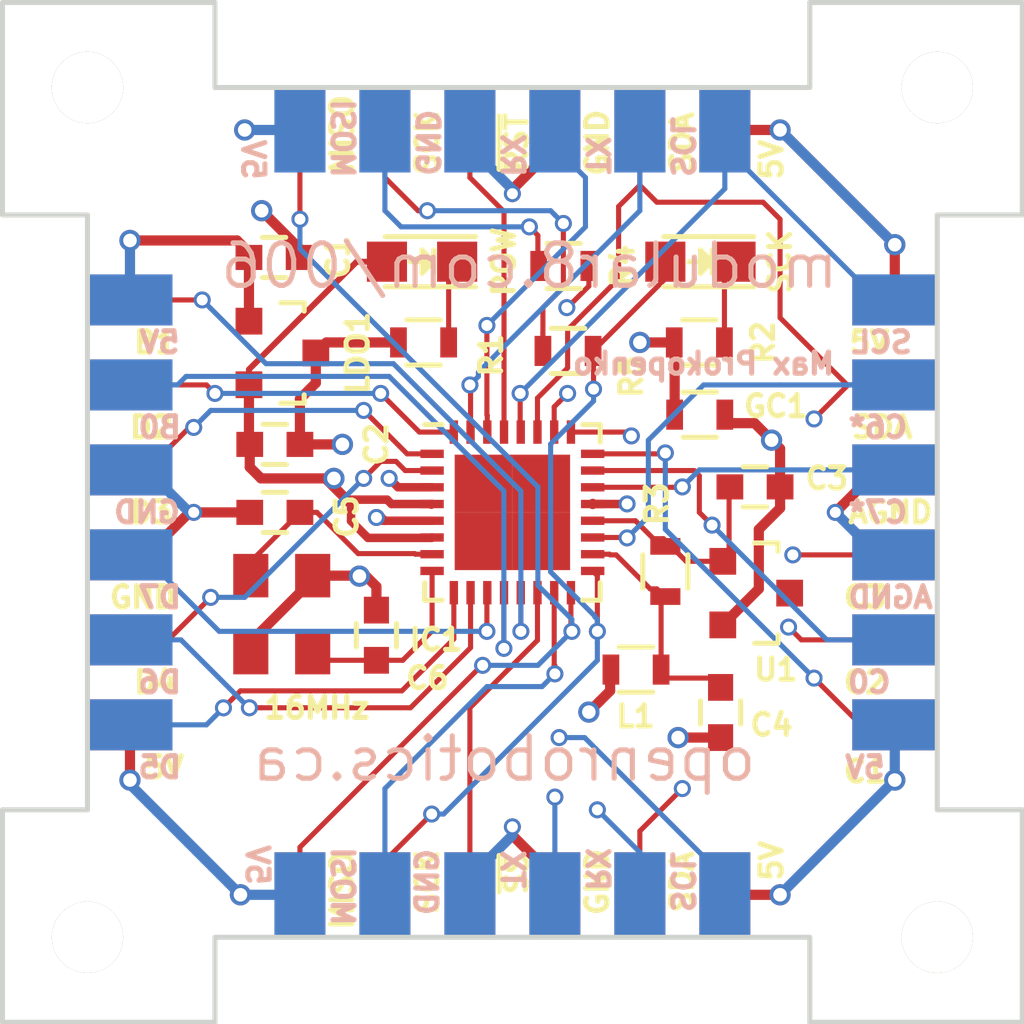
<source format=kicad_pcb>
(kicad_pcb (version 4) (host pcbnew 4.0.0-rc1-stable)

  (general
    (links 84)
    (no_connects 0)
    (area 117.337666 98.984999 162.062335 129.615001)
    (thickness 1.6)
    (drawings 71)
    (tracks 461)
    (zones 0)
    (modules 27)
    (nets 37)
  )

  (page A4)
  (layers
    (0 F.Cu signal)
    (1 In1.Cu power)
    (2 In2.Cu signal)
    (31 B.Cu signal)
    (32 B.Adhes user hide)
    (33 F.Adhes user hide)
    (34 B.Paste user)
    (35 F.Paste user hide)
    (36 B.SilkS user hide)
    (37 F.SilkS user)
    (38 B.Mask user)
    (39 F.Mask user)
    (40 Dwgs.User user)
    (41 Cmts.User user)
    (42 Eco1.User user)
    (43 Eco2.User user)
    (44 Edge.Cuts user)
    (45 Margin user)
    (46 B.CrtYd user)
    (47 F.CrtYd user)
    (48 B.Fab user)
    (49 F.Fab user)
  )

  (setup
    (last_trace_width 0.1524)
    (trace_clearance 0.1524)
    (zone_clearance 0.254)
    (zone_45_only no)
    (trace_min 0.1524)
    (segment_width 0.2)
    (edge_width 0.15)
    (via_size 0.508)
    (via_drill 0.3302)
    (via_min_size 0.508)
    (via_min_drill 0.3302)
    (blind_buried_vias_allowed yes)
    (uvia_size 0.508)
    (uvia_drill 0.3302)
    (uvias_allowed no)
    (uvia_min_size 0.508)
    (uvia_min_drill 0.3302)
    (pcb_text_width 0.1524)
    (pcb_text_size 0.635 0.635)
    (mod_edge_width 0.15)
    (mod_text_size 0.635 0.635)
    (mod_text_width 0.1524)
    (pad_size 1.524 1.524)
    (pad_drill 0.762)
    (pad_to_mask_clearance 0.2)
    (aux_axis_origin 0 0)
    (visible_elements 7FFE7FFF)
    (pcbplotparams
      (layerselection 0x01038_80000007)
      (usegerberextensions false)
      (excludeedgelayer true)
      (linewidth 0.100000)
      (plotframeref false)
      (viasonmask false)
      (mode 1)
      (useauxorigin false)
      (hpglpennumber 1)
      (hpglpenspeed 20)
      (hpglpendiameter 15)
      (hpglpenoverlay 2)
      (psnegative false)
      (psa4output false)
      (plotreference true)
      (plotvalue true)
      (plotinvisibletext false)
      (padsonsilk false)
      (subtractmaskfromsilk false)
      (outputformat 1)
      (mirror false)
      (drillshape 0)
      (scaleselection 1)
      (outputdirectory Gerbers/))
  )

  (net 0 "")
  (net 1 GND)
  (net 2 /3V3)
  (net 3 /2.048V)
  (net 4 GNDA)
  (net 5 "Net-(C4-Pad1)")
  (net 6 "Net-(C5-Pad1)")
  (net 7 "Net-(C6-Pad1)")
  (net 8 "Net-(D1-Pad1)")
  (net 9 /SCK)
  (net 10 "Net-(D2-Pad1)")
  (net 11 /DBUS3)
  (net 12 /DBUS4)
  (net 13 /DBUS5)
  (net 14 /DBUS6)
  (net 15 /DBUS7)
  (net 16 /DBUS0)
  (net 17 /DBUS1)
  (net 18 /~SS)
  (net 19 /MOSI)
  (net 20 /MISO)
  (net 21 /ABUS6*)
  (net 22 /ABUS7*)
  (net 23 /ABUS0)
  (net 24 /ABUS1)
  (net 25 /ABUS2)
  (net 26 /ABUS3)
  (net 27 /ABUS4/SDA)
  (net 28 /ABUS5/SCL)
  (net 29 /~RST)
  (net 30 /DBUS2)
  (net 31 +5V)
  (net 32 "Net-(J2-Pad3)")
  (net 33 "Net-(J2-Pad4)")
  (net 34 "Net-(U1-Pad3)")
  (net 35 /RX)
  (net 36 /TX)

  (net_class Default "This is the default net class."
    (clearance 0.1524)
    (trace_width 0.1524)
    (via_dia 0.508)
    (via_drill 0.3302)
    (uvia_dia 0.508)
    (uvia_drill 0.3302)
    (add_net /2.048V)
    (add_net /ABUS0)
    (add_net /ABUS1)
    (add_net /ABUS2)
    (add_net /ABUS3)
    (add_net /ABUS4/SDA)
    (add_net /ABUS5/SCL)
    (add_net /ABUS6*)
    (add_net /ABUS7*)
    (add_net /DBUS0)
    (add_net /DBUS1)
    (add_net /DBUS2)
    (add_net /DBUS3)
    (add_net /DBUS4)
    (add_net /DBUS5)
    (add_net /DBUS6)
    (add_net /DBUS7)
    (add_net /MISO)
    (add_net /MOSI)
    (add_net /RX)
    (add_net /SCK)
    (add_net /TX)
    (add_net /~RST)
    (add_net /~SS)
    (add_net "Net-(C4-Pad1)")
    (add_net "Net-(C5-Pad1)")
    (add_net "Net-(C6-Pad1)")
    (add_net "Net-(D1-Pad1)")
    (add_net "Net-(D2-Pad1)")
    (add_net "Net-(J2-Pad3)")
    (add_net "Net-(J2-Pad4)")
    (add_net "Net-(U1-Pad3)")
  )

  (net_class BusV ""
    (clearance 0.254)
    (trace_width 0.1524)
    (via_dia 0.508)
    (via_drill 0.3302)
    (uvia_dia 0.508)
    (uvia_drill 0.3302)
  )

  (net_class Power ""
    (clearance 0.1524)
    (trace_width 0.3048)
    (via_dia 0.635)
    (via_drill 0.4064)
    (uvia_dia 0.508)
    (uvia_drill 0.3302)
    (add_net +5V)
    (add_net /3V3)
    (add_net GND)
    (add_net GNDA)
  )

  (module Housings_DFN_QFN:QFN-32-1EP_5x5mm_Pitch0.5mm (layer F.Cu) (tedit 56259BF9) (tstamp 56247A84)
    (at 139.7 114.3)
    (descr "UH Package; 32-Lead Plastic QFN (5mm x 5mm); (see Linear Technology QFN_32_05-08-1693.pdf)")
    (tags "QFN 0.5")
    (path /56133D57)
    (attr smd)
    (fp_text reference IC1 (at -2.286 3.81) (layer F.SilkS)
      (effects (font (size 0.635 0.635) (thickness 0.15)))
    )
    (fp_text value ATMEGA328P-M (at 0 3.75) (layer F.Fab)
      (effects (font (size 1 1) (thickness 0.15)))
    )
    (fp_line (start -3 -3) (end -3 3) (layer F.CrtYd) (width 0.05))
    (fp_line (start 3 -3) (end 3 3) (layer F.CrtYd) (width 0.05))
    (fp_line (start -3 -3) (end 3 -3) (layer F.CrtYd) (width 0.05))
    (fp_line (start -3 3) (end 3 3) (layer F.CrtYd) (width 0.05))
    (fp_line (start 2.625 -2.625) (end 2.625 -2.1) (layer F.SilkS) (width 0.15))
    (fp_line (start -2.625 2.625) (end -2.625 2.1) (layer F.SilkS) (width 0.15))
    (fp_line (start 2.625 2.625) (end 2.625 2.1) (layer F.SilkS) (width 0.15))
    (fp_line (start -2.625 -2.625) (end -2.1 -2.625) (layer F.SilkS) (width 0.15))
    (fp_line (start -2.625 2.625) (end -2.1 2.625) (layer F.SilkS) (width 0.15))
    (fp_line (start 2.625 2.625) (end 2.1 2.625) (layer F.SilkS) (width 0.15))
    (fp_line (start 2.625 -2.625) (end 2.1 -2.625) (layer F.SilkS) (width 0.15))
    (pad 1 smd rect (at -2.4 -1.75) (size 0.7 0.25) (layers F.Cu F.Paste F.Mask)
      (net 11 /DBUS3))
    (pad 2 smd rect (at -2.4 -1.25) (size 0.7 0.25) (layers F.Cu F.Paste F.Mask)
      (net 12 /DBUS4))
    (pad 3 smd rect (at -2.4 -0.75) (size 0.7 0.25) (layers F.Cu F.Paste F.Mask)
      (net 1 GND))
    (pad 4 smd rect (at -2.4 -0.25) (size 0.7 0.25) (layers F.Cu F.Paste F.Mask)
      (net 2 /3V3))
    (pad 5 smd rect (at -2.4 0.25) (size 0.7 0.25) (layers F.Cu F.Paste F.Mask)
      (net 1 GND))
    (pad 6 smd rect (at -2.4 0.75) (size 0.7 0.25) (layers F.Cu F.Paste F.Mask)
      (net 2 /3V3))
    (pad 7 smd rect (at -2.4 1.25) (size 0.7 0.25) (layers F.Cu F.Paste F.Mask)
      (net 6 "Net-(C5-Pad1)"))
    (pad 8 smd rect (at -2.4 1.75) (size 0.7 0.25) (layers F.Cu F.Paste F.Mask)
      (net 7 "Net-(C6-Pad1)"))
    (pad 9 smd rect (at -1.75 2.4 90) (size 0.7 0.25) (layers F.Cu F.Paste F.Mask)
      (net 13 /DBUS5))
    (pad 10 smd rect (at -1.25 2.4 90) (size 0.7 0.25) (layers F.Cu F.Paste F.Mask)
      (net 14 /DBUS6))
    (pad 11 smd rect (at -0.75 2.4 90) (size 0.7 0.25) (layers F.Cu F.Paste F.Mask)
      (net 15 /DBUS7))
    (pad 12 smd rect (at -0.25 2.4 90) (size 0.7 0.25) (layers F.Cu F.Paste F.Mask)
      (net 16 /DBUS0))
    (pad 13 smd rect (at 0.25 2.4 90) (size 0.7 0.25) (layers F.Cu F.Paste F.Mask)
      (net 17 /DBUS1))
    (pad 14 smd rect (at 0.75 2.4 90) (size 0.7 0.25) (layers F.Cu F.Paste F.Mask)
      (net 18 /~SS))
    (pad 15 smd rect (at 1.25 2.4 90) (size 0.7 0.25) (layers F.Cu F.Paste F.Mask)
      (net 19 /MOSI))
    (pad 16 smd rect (at 1.75 2.4 90) (size 0.7 0.25) (layers F.Cu F.Paste F.Mask)
      (net 20 /MISO))
    (pad 17 smd rect (at 2.4 1.75) (size 0.7 0.25) (layers F.Cu F.Paste F.Mask)
      (net 9 /SCK))
    (pad 18 smd rect (at 2.4 1.25) (size 0.7 0.25) (layers F.Cu F.Paste F.Mask)
      (net 5 "Net-(C4-Pad1)"))
    (pad 19 smd rect (at 2.4 0.75) (size 0.7 0.25) (layers F.Cu F.Paste F.Mask)
      (net 21 /ABUS6*))
    (pad 20 smd rect (at 2.4 0.25) (size 0.7 0.25) (layers F.Cu F.Paste F.Mask)
      (net 3 /2.048V))
    (pad 21 smd rect (at 2.4 -0.25) (size 0.7 0.25) (layers F.Cu F.Paste F.Mask)
      (net 4 GNDA))
    (pad 22 smd rect (at 2.4 -0.75) (size 0.7 0.25) (layers F.Cu F.Paste F.Mask)
      (net 22 /ABUS7*))
    (pad 23 smd rect (at 2.4 -1.25) (size 0.7 0.25) (layers F.Cu F.Paste F.Mask)
      (net 23 /ABUS0))
    (pad 24 smd rect (at 2.4 -1.75) (size 0.7 0.25) (layers F.Cu F.Paste F.Mask)
      (net 24 /ABUS1))
    (pad 25 smd rect (at 1.75 -2.4 90) (size 0.7 0.25) (layers F.Cu F.Paste F.Mask)
      (net 25 /ABUS2))
    (pad 26 smd rect (at 1.25 -2.4 90) (size 0.7 0.25) (layers F.Cu F.Paste F.Mask)
      (net 26 /ABUS3))
    (pad 27 smd rect (at 0.75 -2.4 90) (size 0.7 0.25) (layers F.Cu F.Paste F.Mask)
      (net 27 /ABUS4/SDA))
    (pad 28 smd rect (at 0.25 -2.4 90) (size 0.7 0.25) (layers F.Cu F.Paste F.Mask)
      (net 28 /ABUS5/SCL))
    (pad 29 smd rect (at -0.25 -2.4 90) (size 0.7 0.25) (layers F.Cu F.Paste F.Mask)
      (net 29 /~RST))
    (pad 30 smd rect (at -0.75 -2.4 90) (size 0.7 0.25) (layers F.Cu F.Paste F.Mask)
      (net 35 /RX))
    (pad 31 smd rect (at -1.25 -2.4 90) (size 0.7 0.25) (layers F.Cu F.Paste F.Mask)
      (net 36 /TX))
    (pad 32 smd rect (at -1.75 -2.4 90) (size 0.7 0.25) (layers F.Cu F.Paste F.Mask)
      (net 30 /DBUS2))
    (pad 33 smd rect (at 0.8625 0.8625) (size 1.725 1.725) (layers F.Cu F.Paste F.Mask)
      (solder_paste_margin_ratio -0.2))
    (pad 33 smd rect (at 0.8625 -0.8625) (size 1.725 1.725) (layers F.Cu F.Paste F.Mask)
      (solder_paste_margin_ratio -0.2))
    (pad 33 smd rect (at -0.8625 0.8625) (size 1.725 1.725) (layers F.Cu F.Paste F.Mask)
      (solder_paste_margin_ratio -0.2))
    (pad 33 smd rect (at -0.8625 -0.8625) (size 1.725 1.725) (layers F.Cu F.Paste F.Mask)
      (solder_paste_margin_ratio -0.2))
    (model Housings_DFN_QFN.3dshapes/QFN-32-1EP_5x5mm_Pitch0.5mm.wrl
      (at (xyz 0 0 0))
      (scale (xyz 1 1 1))
      (rotate (xyz 0 0 0))
    )
  )

  (module "Libraries - KiCAD:modular8_mounting_hole" (layer F.Cu) (tedit 560F4ADA) (tstamp 561607F9)
    (at 127 127)
    (fp_text reference REF** (at 0 0.5) (layer F.SilkS) hide
      (effects (font (size 1 1) (thickness 0.15)))
    )
    (fp_text value modular8_mounting_hole (at 0 -0.5) (layer F.Fab) hide
      (effects (font (size 1 1) (thickness 0.15)))
    )
    (pad 1 thru_hole circle (at 0 0) (size 2.13 2.13) (drill 2.13) (layers *.Cu *.Mask F.SilkS))
  )

  (module "Libraries - KiCAD:modular8_mounting_hole" (layer F.Cu) (tedit 560F4ADA) (tstamp 562548AD)
    (at 152.4 127)
    (fp_text reference REF** (at 0 0.5) (layer F.SilkS) hide
      (effects (font (size 1 1) (thickness 0.15)))
    )
    (fp_text value modular8_mounting_hole (at 0 -0.5) (layer F.Fab) hide
      (effects (font (size 1 1) (thickness 0.15)))
    )
    (pad 1 thru_hole circle (at 0 0) (size 2.13 2.13) (drill 2.13) (layers *.Cu *.Mask F.SilkS))
  )

  (module "Libraries - KiCAD:modular8_mounting_hole" (layer F.Cu) (tedit 560F4ADA) (tstamp 561607F0)
    (at 152.4 101.6)
    (fp_text reference REF** (at 0 0.5) (layer F.SilkS) hide
      (effects (font (size 1 1) (thickness 0.15)))
    )
    (fp_text value modular8_mounting_hole (at 0 -0.5) (layer F.Fab) hide
      (effects (font (size 1 1) (thickness 0.15)))
    )
    (pad 1 thru_hole circle (at 0 0) (size 2.13 2.13) (drill 2.13) (layers *.Cu *.Mask F.SilkS))
  )

  (module "Libraries - KiCAD:modular8_mounting_hole" (layer F.Cu) (tedit 560F4ADA) (tstamp 562548A5)
    (at 127 101.6)
    (fp_text reference REF** (at 0 0.5) (layer F.SilkS) hide
      (effects (font (size 1 1) (thickness 0.15)))
    )
    (fp_text value modular8_mounting_hole (at 0 -0.5) (layer F.Fab) hide
      (effects (font (size 1 1) (thickness 0.15)))
    )
    (pad 1 thru_hole circle (at 0 0) (size 2.13 2.13) (drill 2.13) (layers *.Cu *.Mask F.SilkS))
  )

  (module LEDs:LED-0805 (layer F.Cu) (tedit 56259EC9) (tstamp 561602BC)
    (at 136.99998 106.807 180)
    (descr "LED 0805 smd package")
    (tags "LED 0805 SMD")
    (path /56161A40)
    (attr smd)
    (fp_text reference POW (at -2.44602 0 270) (layer F.SilkS)
      (effects (font (size 0.635 0.635) (thickness 0.15)))
    )
    (fp_text value POW (at 0 1.75 180) (layer F.Fab)
      (effects (font (size 1 1) (thickness 0.15)))
    )
    (fp_line (start -1.6 0.75) (end 1.1 0.75) (layer F.SilkS) (width 0.15))
    (fp_line (start -1.6 -0.75) (end 1.1 -0.75) (layer F.SilkS) (width 0.15))
    (fp_line (start -0.1 0.15) (end -0.1 -0.1) (layer F.SilkS) (width 0.15))
    (fp_line (start -0.1 -0.1) (end -0.25 0.05) (layer F.SilkS) (width 0.15))
    (fp_line (start -0.35 -0.35) (end -0.35 0.35) (layer F.SilkS) (width 0.15))
    (fp_line (start 0 0) (end 0.35 0) (layer F.SilkS) (width 0.15))
    (fp_line (start -0.35 0) (end 0 -0.35) (layer F.SilkS) (width 0.15))
    (fp_line (start 0 -0.35) (end 0 0.35) (layer F.SilkS) (width 0.15))
    (fp_line (start 0 0.35) (end -0.35 0) (layer F.SilkS) (width 0.15))
    (fp_line (start 1.9 -0.95) (end 1.9 0.95) (layer F.CrtYd) (width 0.05))
    (fp_line (start 1.9 0.95) (end -1.9 0.95) (layer F.CrtYd) (width 0.05))
    (fp_line (start -1.9 0.95) (end -1.9 -0.95) (layer F.CrtYd) (width 0.05))
    (fp_line (start -1.9 -0.95) (end 1.9 -0.95) (layer F.CrtYd) (width 0.05))
    (pad 2 smd rect (at 1.04902 0) (size 1.19888 1.19888) (layers F.Cu F.Paste F.Mask)
      (net 2 /3V3))
    (pad 1 smd rect (at -1.04902 0) (size 1.19888 1.19888) (layers F.Cu F.Paste F.Mask)
      (net 8 "Net-(D1-Pad1)"))
    (model LEDs.3dshapes/LED-0805.wrl
      (at (xyz 0 0 0))
      (scale (xyz 1 1 1))
      (rotate (xyz 0 0 0))
    )
  )

  (module LEDs:LED-0805 (layer F.Cu) (tedit 56259ECD) (tstamp 561602C2)
    (at 145.32102 106.807 180)
    (descr "LED 0805 smd package")
    (tags "LED 0805 SMD")
    (path /56161ADE)
    (attr smd)
    (fp_text reference SCK (at -2.37998 0 270) (layer F.SilkS)
      (effects (font (size 0.635 0.635) (thickness 0.15)))
    )
    (fp_text value SCK (at 0 1.75 180) (layer F.Fab)
      (effects (font (size 1 1) (thickness 0.15)))
    )
    (fp_line (start -1.6 0.75) (end 1.1 0.75) (layer F.SilkS) (width 0.15))
    (fp_line (start -1.6 -0.75) (end 1.1 -0.75) (layer F.SilkS) (width 0.15))
    (fp_line (start -0.1 0.15) (end -0.1 -0.1) (layer F.SilkS) (width 0.15))
    (fp_line (start -0.1 -0.1) (end -0.25 0.05) (layer F.SilkS) (width 0.15))
    (fp_line (start -0.35 -0.35) (end -0.35 0.35) (layer F.SilkS) (width 0.15))
    (fp_line (start 0 0) (end 0.35 0) (layer F.SilkS) (width 0.15))
    (fp_line (start -0.35 0) (end 0 -0.35) (layer F.SilkS) (width 0.15))
    (fp_line (start 0 -0.35) (end 0 0.35) (layer F.SilkS) (width 0.15))
    (fp_line (start 0 0.35) (end -0.35 0) (layer F.SilkS) (width 0.15))
    (fp_line (start 1.9 -0.95) (end 1.9 0.95) (layer F.CrtYd) (width 0.05))
    (fp_line (start 1.9 0.95) (end -1.9 0.95) (layer F.CrtYd) (width 0.05))
    (fp_line (start -1.9 0.95) (end -1.9 -0.95) (layer F.CrtYd) (width 0.05))
    (fp_line (start -1.9 -0.95) (end 1.9 -0.95) (layer F.CrtYd) (width 0.05))
    (pad 2 smd rect (at 1.04902 0) (size 1.19888 1.19888) (layers F.Cu F.Paste F.Mask)
      (net 9 /SCK))
    (pad 1 smd rect (at -1.04902 0) (size 1.19888 1.19888) (layers F.Cu F.Paste F.Mask)
      (net 10 "Net-(D2-Pad1)"))
    (model LEDs.3dshapes/LED-0805.wrl
      (at (xyz 0 0 0))
      (scale (xyz 1 1 1))
      (rotate (xyz 0 0 0))
    )
  )

  (module "Libraries - KiCAD:modular8_rev3_edge" (layer F.Cu) (tedit 560B6D0D) (tstamp 561602FC)
    (at 140.97 125.73 180)
    (path /561342C2)
    (fp_text reference J1 (at -8.128 0.127 180) (layer F.SilkS) hide
      (effects (font (size 1 1) (thickness 0.15)))
    )
    (fp_text value modular8_rev3_comms_out (at 1.27 -2.54 180) (layer F.Fab) hide
      (effects (font (size 1 1) (thickness 0.15)))
    )
    (pad 1 smd rect (at -5.08 0 180) (size 1.524 2.54) (layers F.Cu F.Paste F.Mask)
      (net 31 +5V))
    (pad 3 smd rect (at -2.54 0 180) (size 1.524 2.54) (layers F.Cu F.Paste F.Mask)
      (net 27 /ABUS4/SDA))
    (pad 5 smd rect (at 0 0 180) (size 1.524 2.54) (layers F.Cu F.Paste F.Mask)
      (net 1 GND))
    (pad 7 smd rect (at 2.54 0 180) (size 1.524 2.54) (layers F.Cu F.Paste F.Mask)
      (net 18 /~SS))
    (pad 9 smd rect (at 5.08 0 180) (size 1.524 2.54) (layers F.Cu F.Paste F.Mask)
      (net 9 /SCK))
    (pad 11 smd rect (at 7.62 0 180) (size 1.524 2.54) (layers F.Cu F.Paste F.Mask)
      (net 20 /MISO))
    (pad 2 smd rect (at -5.08 0 180) (size 1.524 2.54) (layers B.Cu F.Paste F.Mask)
      (net 28 /ABUS5/SCL))
    (pad 4 smd rect (at -2.54 0 180) (size 1.524 2.54) (layers B.Cu F.Paste F.Mask)
      (net 35 /RX))
    (pad 6 smd rect (at 0 0 180) (size 1.524 2.54) (layers B.Cu F.Paste F.Mask)
      (net 36 /TX))
    (pad 8 smd rect (at 2.54 0 180) (size 1.524 2.54) (layers B.Cu F.Paste F.Mask)
      (net 1 GND))
    (pad 10 smd rect (at 5.08 0 180) (size 1.524 2.54) (layers B.Cu F.Paste F.Mask)
      (net 19 /MOSI))
    (pad 12 smd rect (at 7.62 0 180) (size 1.524 2.54) (layers B.Cu F.Paste F.Mask)
      (net 31 +5V))
  )

  (module "Libraries - KiCAD:modular8_rev3_edge" (layer F.Cu) (tedit 560B6D0D) (tstamp 5616030C)
    (at 138.43 102.87)
    (path /56134219)
    (fp_text reference J2 (at -8.255 0) (layer F.SilkS) hide
      (effects (font (size 1 1) (thickness 0.15)))
    )
    (fp_text value modular8_rev3_comms_in (at 1.27 -2.54) (layer F.Fab) hide
      (effects (font (size 1 1) (thickness 0.15)))
    )
    (pad 1 smd rect (at -5.08 0) (size 1.524 2.54) (layers F.Cu F.Paste F.Mask)
      (net 20 /MISO))
    (pad 3 smd rect (at -2.54 0) (size 1.524 2.54) (layers F.Cu F.Paste F.Mask)
      (net 32 "Net-(J2-Pad3)"))
    (pad 5 smd rect (at 0 0) (size 1.524 2.54) (layers F.Cu F.Paste F.Mask)
      (net 29 /~RST))
    (pad 7 smd rect (at 2.54 0) (size 1.524 2.54) (layers F.Cu F.Paste F.Mask)
      (net 1 GND))
    (pad 9 smd rect (at 5.08 0) (size 1.524 2.54) (layers F.Cu F.Paste F.Mask)
      (net 27 /ABUS4/SDA))
    (pad 11 smd rect (at 7.62 0) (size 1.524 2.54) (layers F.Cu F.Paste F.Mask)
      (net 31 +5V))
    (pad 2 smd rect (at -5.08 0) (size 1.524 2.54) (layers B.Cu F.Paste F.Mask)
      (net 31 +5V))
    (pad 4 smd rect (at -2.54 0) (size 1.524 2.54) (layers B.Cu F.Paste F.Mask)
      (net 33 "Net-(J2-Pad4)"))
    (pad 6 smd rect (at 0 0) (size 1.524 2.54) (layers B.Cu F.Paste F.Mask)
      (net 1 GND))
    (pad 8 smd rect (at 2.54 0) (size 1.524 2.54) (layers B.Cu F.Paste F.Mask)
      (net 35 /RX))
    (pad 10 smd rect (at 5.08 0) (size 1.524 2.54) (layers B.Cu F.Paste F.Mask)
      (net 36 /TX))
    (pad 12 smd rect (at 7.62 0) (size 1.524 2.54) (layers B.Cu F.Paste F.Mask)
      (net 28 /ABUS5/SCL))
  )

  (module "Libraries - KiCAD:modular8_rev3_edge" (layer F.Cu) (tedit 560B6D0D) (tstamp 5616031C)
    (at 151.13 113.03 270)
    (path /5613414E)
    (fp_text reference J3 (at -8.128 -0.127 360) (layer F.SilkS) hide
      (effects (font (size 1 1) (thickness 0.15)))
    )
    (fp_text value modular8_rev3_interface_master (at 1.27 -2.54 270) (layer F.Fab) hide
      (effects (font (size 1 1) (thickness 0.15)))
    )
    (pad 1 smd rect (at -5.08 0 270) (size 1.524 2.54) (layers F.Cu F.Paste F.Mask)
      (net 31 +5V))
    (pad 3 smd rect (at -2.54 0 270) (size 1.524 2.54) (layers F.Cu F.Paste F.Mask)
      (net 27 /ABUS4/SDA))
    (pad 5 smd rect (at 0 0 270) (size 1.524 2.54) (layers F.Cu F.Paste F.Mask)
      (net 4 GNDA))
    (pad 7 smd rect (at 2.54 0 270) (size 1.524 2.54) (layers F.Cu F.Paste F.Mask)
      (net 26 /ABUS3))
    (pad 9 smd rect (at 5.08 0 270) (size 1.524 2.54) (layers F.Cu F.Paste F.Mask)
      (net 25 /ABUS2))
    (pad 11 smd rect (at 7.62 0 270) (size 1.524 2.54) (layers F.Cu F.Paste F.Mask)
      (net 24 /ABUS1))
    (pad 2 smd rect (at -5.08 0 270) (size 1.524 2.54) (layers B.Cu F.Paste F.Mask)
      (net 28 /ABUS5/SCL))
    (pad 4 smd rect (at -2.54 0 270) (size 1.524 2.54) (layers B.Cu F.Paste F.Mask)
      (net 21 /ABUS6*))
    (pad 6 smd rect (at 0 0 270) (size 1.524 2.54) (layers B.Cu F.Paste F.Mask)
      (net 22 /ABUS7*))
    (pad 8 smd rect (at 2.54 0 270) (size 1.524 2.54) (layers B.Cu F.Paste F.Mask)
      (net 4 GNDA))
    (pad 10 smd rect (at 5.08 0 270) (size 1.524 2.54) (layers B.Cu F.Paste F.Mask)
      (net 23 /ABUS0))
    (pad 12 smd rect (at 7.62 0 270) (size 1.524 2.54) (layers B.Cu F.Paste F.Mask)
      (net 31 +5V))
  )

  (module "Libraries - KiCAD:modular8_rev3_edge" (layer F.Cu) (tedit 56259E35) (tstamp 5616032C)
    (at 128.27 115.57 90)
    (path /561341ED)
    (fp_text reference J4 (at -8.255 0 180) (layer F.SilkS) hide
      (effects (font (size 1 1) (thickness 0.15)))
    )
    (fp_text value modular8_rev3_interface_master (at 1.27 -2.54 90) (layer F.Fab) hide
      (effects (font (size 1 1) (thickness 0.15)))
    )
    (pad 1 smd rect (at -5.08 0 90) (size 1.524 2.54) (layers F.Cu F.Paste F.Mask)
      (net 31 +5V))
    (pad 3 smd rect (at -2.54 0 90) (size 1.524 2.54) (layers F.Cu F.Paste F.Mask)
      (net 12 /DBUS4))
    (pad 5 smd rect (at 0 0 90) (size 1.524 2.54) (layers F.Cu F.Paste F.Mask)
      (net 1 GND))
    (pad 7 smd rect (at 2.54 0 90) (size 1.524 2.54) (layers F.Cu F.Paste F.Mask)
      (net 11 /DBUS3))
    (pad 9 smd rect (at 5.08 0 90) (size 1.524 2.54) (layers F.Cu F.Paste F.Mask)
      (net 30 /DBUS2))
    (pad 11 smd rect (at 7.62 0 90) (size 1.524 2.54) (layers F.Cu F.Paste F.Mask)
      (net 17 /DBUS1))
    (pad 2 smd rect (at -5.08 0 90) (size 1.524 2.54) (layers B.Cu F.Paste F.Mask)
      (net 13 /DBUS5))
    (pad 4 smd rect (at -2.54 0 90) (size 1.524 2.54) (layers B.Cu F.Paste F.Mask)
      (net 14 /DBUS6))
    (pad 6 smd rect (at 0 0 90) (size 1.524 2.54) (layers B.Cu F.Paste F.Mask)
      (net 15 /DBUS7))
    (pad 8 smd rect (at 2.54 0 90) (size 1.524 2.54) (layers B.Cu F.Paste F.Mask)
      (net 1 GND))
    (pad 10 smd rect (at 5.08 0 90) (size 1.524 2.54) (layers B.Cu F.Paste F.Mask)
      (net 16 /DBUS0))
    (pad 12 smd rect (at 7.62 0 90) (size 1.524 2.54) (layers B.Cu F.Paste F.Mask)
      (net 31 +5V))
  )

  (module Housings_SOT-23_SOT-143_TSOT-6:SOT-23 (layer F.Cu) (tedit 56259BD4) (tstamp 56160339)
    (at 132.82676 109.535 270)
    (descr "SOT-23, Standard")
    (tags SOT-23)
    (path /561367E8)
    (attr smd)
    (fp_text reference LDO1 (at 0 -2.25 270) (layer F.SilkS)
      (effects (font (size 0.635 0.635) (thickness 0.15)))
    )
    (fp_text value AP7313-33SAG-7 (at 0 2.3 270) (layer F.Fab) hide
      (effects (font (size 1 1) (thickness 0.15)))
    )
    (fp_line (start -1.65 -1.6) (end 1.65 -1.6) (layer F.CrtYd) (width 0.05))
    (fp_line (start 1.65 -1.6) (end 1.65 1.6) (layer F.CrtYd) (width 0.05))
    (fp_line (start 1.65 1.6) (end -1.65 1.6) (layer F.CrtYd) (width 0.05))
    (fp_line (start -1.65 1.6) (end -1.65 -1.6) (layer F.CrtYd) (width 0.05))
    (fp_line (start 1.29916 -0.65024) (end 1.2509 -0.65024) (layer F.SilkS) (width 0.15))
    (fp_line (start -1.49982 0.0508) (end -1.49982 -0.65024) (layer F.SilkS) (width 0.15))
    (fp_line (start -1.49982 -0.65024) (end -1.2509 -0.65024) (layer F.SilkS) (width 0.15))
    (fp_line (start 1.29916 -0.65024) (end 1.49982 -0.65024) (layer F.SilkS) (width 0.15))
    (fp_line (start 1.49982 -0.65024) (end 1.49982 0.0508) (layer F.SilkS) (width 0.15))
    (pad 1 smd rect (at -0.95 1.00076 270) (size 0.8001 0.8001) (layers F.Cu F.Paste F.Mask)
      (net 31 +5V))
    (pad 2 smd rect (at 0.95 1.00076 270) (size 0.8001 0.8001) (layers F.Cu F.Paste F.Mask)
      (net 2 /3V3))
    (pad 3 smd rect (at 0 -0.99822 270) (size 0.8001 0.8001) (layers F.Cu F.Paste F.Mask)
      (net 1 GND))
    (model Housings_SOT-23_SOT-143_TSOT-6.3dshapes/SOT-23.wrl
      (at (xyz 0 0 0))
      (scale (xyz 1 1 1))
      (rotate (xyz 0 0 0))
    )
  )

  (module Housings_SOT-23_SOT-143_TSOT-6:SOT-23 (layer F.Cu) (tedit 56259C1B) (tstamp 5616036A)
    (at 146.98976 116.713 270)
    (descr "SOT-23, Standard")
    (tags SOT-23)
    (path /5615DDA9)
    (attr smd)
    (fp_text reference U1 (at 2.286 -0.58424 360) (layer F.SilkS)
      (effects (font (size 0.635 0.635) (thickness 0.15)))
    )
    (fp_text value LM4040D20IDBZR (at 0 2.3 270) (layer F.Fab) hide
      (effects (font (size 1 1) (thickness 0.15)))
    )
    (fp_line (start -1.65 -1.6) (end 1.65 -1.6) (layer F.CrtYd) (width 0.05))
    (fp_line (start 1.65 -1.6) (end 1.65 1.6) (layer F.CrtYd) (width 0.05))
    (fp_line (start 1.65 1.6) (end -1.65 1.6) (layer F.CrtYd) (width 0.05))
    (fp_line (start -1.65 1.6) (end -1.65 -1.6) (layer F.CrtYd) (width 0.05))
    (fp_line (start 1.29916 -0.65024) (end 1.2509 -0.65024) (layer F.SilkS) (width 0.15))
    (fp_line (start -1.49982 0.0508) (end -1.49982 -0.65024) (layer F.SilkS) (width 0.15))
    (fp_line (start -1.49982 -0.65024) (end -1.2509 -0.65024) (layer F.SilkS) (width 0.15))
    (fp_line (start 1.29916 -0.65024) (end 1.49982 -0.65024) (layer F.SilkS) (width 0.15))
    (fp_line (start 1.49982 -0.65024) (end 1.49982 0.0508) (layer F.SilkS) (width 0.15))
    (pad 1 smd rect (at -0.95 1.00076 270) (size 0.8001 0.8001) (layers F.Cu F.Paste F.Mask)
      (net 3 /2.048V))
    (pad 2 smd rect (at 0.95 1.00076 270) (size 0.8001 0.8001) (layers F.Cu F.Paste F.Mask)
      (net 4 GNDA))
    (pad 3 smd rect (at 0 -0.99822 270) (size 0.8001 0.8001) (layers F.Cu F.Paste F.Mask)
      (net 34 "Net-(U1-Pad3)"))
    (model Housings_SOT-23_SOT-143_TSOT-6.3dshapes/SOT-23.wrl
      (at (xyz 0 0 0))
      (scale (xyz 1 1 1))
      (rotate (xyz 0 0 0))
    )
  )

  (module "Libraries - KiCAD:CSMD-ABM8" (layer F.Cu) (tedit 56259BBB) (tstamp 56160377)
    (at 132.806 117.341 270)
    (path /56166757)
    (fp_text reference 16MHz (at 2.801 -1.052 360) (layer F.SilkS)
      (effects (font (size 0.635 0.635) (thickness 0.1524)))
    )
    (fp_text value ABM8-16.000MHZ-10-1-U-T (at 0 -5.08 270) (layer F.Fab) hide
      (effects (font (size 1 1) (thickness 0.15)))
    )
    (fp_line (start 1.9 1.6) (end 1.9 0) (layer F.CrtYd) (width 0.15))
    (fp_line (start -2 1.6) (end 1.9 1.6) (layer F.CrtYd) (width 0.15))
    (fp_line (start -1.9 -1.6) (end -2 1.6) (layer F.CrtYd) (width 0.15))
    (fp_line (start 1.9 -1.6) (end -1.9 -1.6) (layer F.CrtYd) (width 0.15))
    (fp_line (start 1.9 0) (end 1.9 -1.6) (layer F.CrtYd) (width 0.15))
    (pad 1 smd rect (at -1.15 0.925 270) (size 1.3 1.05) (layers F.Cu F.Paste F.Mask)
      (net 6 "Net-(C5-Pad1)"))
    (pad 2 smd rect (at 1.15 0.925 270) (size 1.3 1.05) (layers F.Cu F.Paste F.Mask)
      (net 1 GND))
    (pad 3 smd rect (at 1.15 -0.925 270) (size 1.3 1.05) (layers F.Cu F.Paste F.Mask)
      (net 7 "Net-(C6-Pad1)"))
    (pad 4 smd rect (at -1.15 -0.925 270) (size 1.3 1.05) (layers F.Cu F.Paste F.Mask)
      (net 1 GND))
  )

  (module Capacitors_SMD:C_0603 (layer F.Cu) (tedit 56259BDB) (tstamp 56246AB8)
    (at 132.576 106.68)
    (descr "Capacitor SMD 0603, reflow soldering, AVX (see smccp.pdf)")
    (tags "capacitor 0603")
    (path /56136AC5)
    (attr smd)
    (fp_text reference C1 (at 1.917 0 90) (layer F.SilkS)
      (effects (font (size 0.635 0.635) (thickness 0.15)))
    )
    (fp_text value 1uF (at 0 1.9) (layer F.Fab)
      (effects (font (size 1 1) (thickness 0.15)))
    )
    (fp_line (start -1.45 -0.75) (end 1.45 -0.75) (layer F.CrtYd) (width 0.05))
    (fp_line (start -1.45 0.75) (end 1.45 0.75) (layer F.CrtYd) (width 0.05))
    (fp_line (start -1.45 -0.75) (end -1.45 0.75) (layer F.CrtYd) (width 0.05))
    (fp_line (start 1.45 -0.75) (end 1.45 0.75) (layer F.CrtYd) (width 0.05))
    (fp_line (start -0.35 -0.6) (end 0.35 -0.6) (layer F.SilkS) (width 0.15))
    (fp_line (start 0.35 0.6) (end -0.35 0.6) (layer F.SilkS) (width 0.15))
    (pad 1 smd rect (at -0.75 0) (size 0.8 0.75) (layers F.Cu F.Paste F.Mask)
      (net 31 +5V))
    (pad 2 smd rect (at 0.75 0) (size 0.8 0.75) (layers F.Cu F.Paste F.Mask)
      (net 1 GND))
    (model Capacitors_SMD.3dshapes/C_0603.wrl
      (at (xyz 0 0 0))
      (scale (xyz 1 1 1))
      (rotate (xyz 0 0 0))
    )
  )

  (module Capacitors_SMD:C_0603 (layer F.Cu) (tedit 56259BCD) (tstamp 56246ABD)
    (at 132.6 112.268)
    (descr "Capacitor SMD 0603, reflow soldering, AVX (see smccp.pdf)")
    (tags "capacitor 0603")
    (path /56136A87)
    (attr smd)
    (fp_text reference C2 (at 3.036 0 90) (layer F.SilkS)
      (effects (font (size 0.635 0.635) (thickness 0.15)))
    )
    (fp_text value 1uF (at 0 1.9) (layer F.Fab)
      (effects (font (size 1 1) (thickness 0.15)))
    )
    (fp_line (start -1.45 -0.75) (end 1.45 -0.75) (layer F.CrtYd) (width 0.05))
    (fp_line (start -1.45 0.75) (end 1.45 0.75) (layer F.CrtYd) (width 0.05))
    (fp_line (start -1.45 -0.75) (end -1.45 0.75) (layer F.CrtYd) (width 0.05))
    (fp_line (start 1.45 -0.75) (end 1.45 0.75) (layer F.CrtYd) (width 0.05))
    (fp_line (start -0.35 -0.6) (end 0.35 -0.6) (layer F.SilkS) (width 0.15))
    (fp_line (start 0.35 0.6) (end -0.35 0.6) (layer F.SilkS) (width 0.15))
    (pad 1 smd rect (at -0.75 0) (size 0.8 0.75) (layers F.Cu F.Paste F.Mask)
      (net 2 /3V3))
    (pad 2 smd rect (at 0.75 0) (size 0.8 0.75) (layers F.Cu F.Paste F.Mask)
      (net 1 GND))
    (model Capacitors_SMD.3dshapes/C_0603.wrl
      (at (xyz 0 0 0))
      (scale (xyz 1 1 1))
      (rotate (xyz 0 0 0))
    )
  )

  (module Capacitors_SMD:C_0603 (layer F.Cu) (tedit 56259C20) (tstamp 56246AC2)
    (at 146.951 113.538)
    (descr "Capacitor SMD 0603, reflow soldering, AVX (see smccp.pdf)")
    (tags "capacitor 0603")
    (path /56165254)
    (attr smd)
    (fp_text reference C3 (at 2.147 -0.254) (layer F.SilkS)
      (effects (font (size 0.635 0.635) (thickness 0.15)))
    )
    (fp_text value 0.1uF (at 0 1.9) (layer F.Fab)
      (effects (font (size 1 1) (thickness 0.15)))
    )
    (fp_line (start -1.45 -0.75) (end 1.45 -0.75) (layer F.CrtYd) (width 0.05))
    (fp_line (start -1.45 0.75) (end 1.45 0.75) (layer F.CrtYd) (width 0.05))
    (fp_line (start -1.45 -0.75) (end -1.45 0.75) (layer F.CrtYd) (width 0.05))
    (fp_line (start 1.45 -0.75) (end 1.45 0.75) (layer F.CrtYd) (width 0.05))
    (fp_line (start -0.35 -0.6) (end 0.35 -0.6) (layer F.SilkS) (width 0.15))
    (fp_line (start 0.35 0.6) (end -0.35 0.6) (layer F.SilkS) (width 0.15))
    (pad 1 smd rect (at -0.75 0) (size 0.8 0.75) (layers F.Cu F.Paste F.Mask)
      (net 3 /2.048V))
    (pad 2 smd rect (at 0.75 0) (size 0.8 0.75) (layers F.Cu F.Paste F.Mask)
      (net 4 GNDA))
    (model Capacitors_SMD.3dshapes/C_0603.wrl
      (at (xyz 0 0 0))
      (scale (xyz 1 1 1))
      (rotate (xyz 0 0 0))
    )
  )

  (module Capacitors_SMD:C_0603 (layer F.Cu) (tedit 56259C17) (tstamp 56246AC7)
    (at 145.923 120.281 270)
    (descr "Capacitor SMD 0603, reflow soldering, AVX (see smccp.pdf)")
    (tags "capacitor 0603")
    (path /56137C41)
    (attr smd)
    (fp_text reference C4 (at 0.369 -1.524 360) (layer F.SilkS)
      (effects (font (size 0.635 0.635) (thickness 0.15)))
    )
    (fp_text value 0.1uF (at 0 1.9 270) (layer F.Fab)
      (effects (font (size 1 1) (thickness 0.15)))
    )
    (fp_line (start -1.45 -0.75) (end 1.45 -0.75) (layer F.CrtYd) (width 0.05))
    (fp_line (start -1.45 0.75) (end 1.45 0.75) (layer F.CrtYd) (width 0.05))
    (fp_line (start -1.45 -0.75) (end -1.45 0.75) (layer F.CrtYd) (width 0.05))
    (fp_line (start 1.45 -0.75) (end 1.45 0.75) (layer F.CrtYd) (width 0.05))
    (fp_line (start -0.35 -0.6) (end 0.35 -0.6) (layer F.SilkS) (width 0.15))
    (fp_line (start 0.35 0.6) (end -0.35 0.6) (layer F.SilkS) (width 0.15))
    (pad 1 smd rect (at -0.75 0 270) (size 0.8 0.75) (layers F.Cu F.Paste F.Mask)
      (net 5 "Net-(C4-Pad1)"))
    (pad 2 smd rect (at 0.75 0 270) (size 0.8 0.75) (layers F.Cu F.Paste F.Mask)
      (net 4 GNDA))
    (model Capacitors_SMD.3dshapes/C_0603.wrl
      (at (xyz 0 0 0))
      (scale (xyz 1 1 1))
      (rotate (xyz 0 0 0))
    )
  )

  (module Capacitors_SMD:C_0603 (layer F.Cu) (tedit 56259BC4) (tstamp 56246ACC)
    (at 132.6 114.3 180)
    (descr "Capacitor SMD 0603, reflow soldering, AVX (see smccp.pdf)")
    (tags "capacitor 0603")
    (path /56136442)
    (attr smd)
    (fp_text reference C5 (at -2.147 -0.127 270) (layer F.SilkS)
      (effects (font (size 0.635 0.635) (thickness 0.15)))
    )
    (fp_text value 15pF (at 0 1.9 180) (layer F.Fab)
      (effects (font (size 1 1) (thickness 0.15)))
    )
    (fp_line (start -1.45 -0.75) (end 1.45 -0.75) (layer F.CrtYd) (width 0.05))
    (fp_line (start -1.45 0.75) (end 1.45 0.75) (layer F.CrtYd) (width 0.05))
    (fp_line (start -1.45 -0.75) (end -1.45 0.75) (layer F.CrtYd) (width 0.05))
    (fp_line (start 1.45 -0.75) (end 1.45 0.75) (layer F.CrtYd) (width 0.05))
    (fp_line (start -0.35 -0.6) (end 0.35 -0.6) (layer F.SilkS) (width 0.15))
    (fp_line (start 0.35 0.6) (end -0.35 0.6) (layer F.SilkS) (width 0.15))
    (pad 1 smd rect (at -0.75 0 180) (size 0.8 0.75) (layers F.Cu F.Paste F.Mask)
      (net 6 "Net-(C5-Pad1)"))
    (pad 2 smd rect (at 0.75 0 180) (size 0.8 0.75) (layers F.Cu F.Paste F.Mask)
      (net 1 GND))
    (model Capacitors_SMD.3dshapes/C_0603.wrl
      (at (xyz 0 0 0))
      (scale (xyz 1 1 1))
      (rotate (xyz 0 0 0))
    )
  )

  (module Capacitors_SMD:C_0603 (layer F.Cu) (tedit 56259BB3) (tstamp 56246AD1)
    (at 135.636 117.971 90)
    (descr "Capacitor SMD 0603, reflow soldering, AVX (see smccp.pdf)")
    (tags "capacitor 0603")
    (path /561364F7)
    (attr smd)
    (fp_text reference C6 (at -1.282 1.524 360) (layer F.SilkS)
      (effects (font (size 0.635 0.635) (thickness 0.15)))
    )
    (fp_text value 15pF (at 0 1.9 90) (layer F.Fab)
      (effects (font (size 1 1) (thickness 0.15)))
    )
    (fp_line (start -1.45 -0.75) (end 1.45 -0.75) (layer F.CrtYd) (width 0.05))
    (fp_line (start -1.45 0.75) (end 1.45 0.75) (layer F.CrtYd) (width 0.05))
    (fp_line (start -1.45 -0.75) (end -1.45 0.75) (layer F.CrtYd) (width 0.05))
    (fp_line (start 1.45 -0.75) (end 1.45 0.75) (layer F.CrtYd) (width 0.05))
    (fp_line (start -0.35 -0.6) (end 0.35 -0.6) (layer F.SilkS) (width 0.15))
    (fp_line (start 0.35 0.6) (end -0.35 0.6) (layer F.SilkS) (width 0.15))
    (pad 1 smd rect (at -0.75 0 90) (size 0.8 0.75) (layers F.Cu F.Paste F.Mask)
      (net 7 "Net-(C6-Pad1)"))
    (pad 2 smd rect (at 0.75 0 90) (size 0.8 0.75) (layers F.Cu F.Paste F.Mask)
      (net 1 GND))
    (model Capacitors_SMD.3dshapes/C_0603.wrl
      (at (xyz 0 0 0))
      (scale (xyz 1 1 1))
      (rotate (xyz 0 0 0))
    )
  )

  (module Resistors_SMD:R_0603 (layer F.Cu) (tedit 56259C36) (tstamp 56246AD6)
    (at 145.3 111.379)
    (descr "Resistor SMD 0603, reflow soldering, Vishay (see dcrcw.pdf)")
    (tags "resistor 0603")
    (path /56135BC6)
    (attr smd)
    (fp_text reference GC1 (at 2.274 -0.254) (layer F.SilkS)
      (effects (font (size 0.635 0.635) (thickness 0.15)))
    )
    (fp_text value 0 (at 0 1.9) (layer F.Fab)
      (effects (font (size 1 1) (thickness 0.15)))
    )
    (fp_line (start -1.3 -0.8) (end 1.3 -0.8) (layer F.CrtYd) (width 0.05))
    (fp_line (start -1.3 0.8) (end 1.3 0.8) (layer F.CrtYd) (width 0.05))
    (fp_line (start -1.3 -0.8) (end -1.3 0.8) (layer F.CrtYd) (width 0.05))
    (fp_line (start 1.3 -0.8) (end 1.3 0.8) (layer F.CrtYd) (width 0.05))
    (fp_line (start 0.5 0.675) (end -0.5 0.675) (layer F.SilkS) (width 0.15))
    (fp_line (start -0.5 -0.675) (end 0.5 -0.675) (layer F.SilkS) (width 0.15))
    (pad 1 smd rect (at -0.75 0) (size 0.5 0.9) (layers F.Cu F.Paste F.Mask)
      (net 1 GND))
    (pad 2 smd rect (at 0.75 0) (size 0.5 0.9) (layers F.Cu F.Paste F.Mask)
      (net 4 GNDA))
    (model Resistors_SMD.3dshapes/R_0603.wrl
      (at (xyz 0 0 0))
      (scale (xyz 1 1 1))
      (rotate (xyz 0 0 0))
    )
  )

  (module Resistors_SMD:R_0603 (layer F.Cu) (tedit 56259C41) (tstamp 56246ADB)
    (at 143.395 118.999)
    (descr "Resistor SMD 0603, reflow soldering, Vishay (see dcrcw.pdf)")
    (tags "resistor 0603")
    (path /5613734A)
    (attr smd)
    (fp_text reference L1 (at -0.012 1.397) (layer F.SilkS)
      (effects (font (size 0.635 0.635) (thickness 0.15)))
    )
    (fp_text value 10uH (at 0 1.9) (layer F.Fab)
      (effects (font (size 1 1) (thickness 0.15)))
    )
    (fp_line (start -1.3 -0.8) (end 1.3 -0.8) (layer F.CrtYd) (width 0.05))
    (fp_line (start -1.3 0.8) (end 1.3 0.8) (layer F.CrtYd) (width 0.05))
    (fp_line (start -1.3 -0.8) (end -1.3 0.8) (layer F.CrtYd) (width 0.05))
    (fp_line (start 1.3 -0.8) (end 1.3 0.8) (layer F.CrtYd) (width 0.05))
    (fp_line (start 0.5 0.675) (end -0.5 0.675) (layer F.SilkS) (width 0.15))
    (fp_line (start -0.5 -0.675) (end 0.5 -0.675) (layer F.SilkS) (width 0.15))
    (pad 1 smd rect (at -0.75 0) (size 0.5 0.9) (layers F.Cu F.Paste F.Mask)
      (net 2 /3V3))
    (pad 2 smd rect (at 0.75 0) (size 0.5 0.9) (layers F.Cu F.Paste F.Mask)
      (net 5 "Net-(C4-Pad1)"))
    (model Resistors_SMD.3dshapes/R_0603.wrl
      (at (xyz 0 0 0))
      (scale (xyz 1 1 1))
      (rotate (xyz 0 0 0))
    )
  )

  (module Resistors_SMD:R_0603 (layer F.Cu) (tedit 56259BE9) (tstamp 56246AE0)
    (at 137.045 109.22 180)
    (descr "Resistor SMD 0603, reflow soldering, Vishay (see dcrcw.pdf)")
    (tags "resistor 0603")
    (path /56161CA1)
    (attr smd)
    (fp_text reference R1 (at -2.02 -0.381 270) (layer F.SilkS)
      (effects (font (size 0.635 0.635) (thickness 0.15)))
    )
    (fp_text value 680 (at 0 1.9 180) (layer F.Fab)
      (effects (font (size 1 1) (thickness 0.15)))
    )
    (fp_line (start -1.3 -0.8) (end 1.3 -0.8) (layer F.CrtYd) (width 0.05))
    (fp_line (start -1.3 0.8) (end 1.3 0.8) (layer F.CrtYd) (width 0.05))
    (fp_line (start -1.3 -0.8) (end -1.3 0.8) (layer F.CrtYd) (width 0.05))
    (fp_line (start 1.3 -0.8) (end 1.3 0.8) (layer F.CrtYd) (width 0.05))
    (fp_line (start 0.5 0.675) (end -0.5 0.675) (layer F.SilkS) (width 0.15))
    (fp_line (start -0.5 -0.675) (end 0.5 -0.675) (layer F.SilkS) (width 0.15))
    (pad 1 smd rect (at -0.75 0 180) (size 0.5 0.9) (layers F.Cu F.Paste F.Mask)
      (net 8 "Net-(D1-Pad1)"))
    (pad 2 smd rect (at 0.75 0 180) (size 0.5 0.9) (layers F.Cu F.Paste F.Mask)
      (net 1 GND))
    (model Resistors_SMD.3dshapes/R_0603.wrl
      (at (xyz 0 0 0))
      (scale (xyz 1 1 1))
      (rotate (xyz 0 0 0))
    )
  )

  (module Resistors_SMD:R_0603 (layer F.Cu) (tedit 56259C27) (tstamp 56246AE5)
    (at 145.288 109.22 180)
    (descr "Resistor SMD 0603, reflow soldering, Vishay (see dcrcw.pdf)")
    (tags "resistor 0603")
    (path /56161E4F)
    (attr smd)
    (fp_text reference R2 (at -1.905 0 270) (layer F.SilkS)
      (effects (font (size 0.635 0.635) (thickness 0.15)))
    )
    (fp_text value 680 (at 0 1.9 180) (layer F.Fab)
      (effects (font (size 1 1) (thickness 0.15)))
    )
    (fp_line (start -1.3 -0.8) (end 1.3 -0.8) (layer F.CrtYd) (width 0.05))
    (fp_line (start -1.3 0.8) (end 1.3 0.8) (layer F.CrtYd) (width 0.05))
    (fp_line (start -1.3 -0.8) (end -1.3 0.8) (layer F.CrtYd) (width 0.05))
    (fp_line (start 1.3 -0.8) (end 1.3 0.8) (layer F.CrtYd) (width 0.05))
    (fp_line (start 0.5 0.675) (end -0.5 0.675) (layer F.SilkS) (width 0.15))
    (fp_line (start -0.5 -0.675) (end 0.5 -0.675) (layer F.SilkS) (width 0.15))
    (pad 1 smd rect (at -0.75 0 180) (size 0.5 0.9) (layers F.Cu F.Paste F.Mask)
      (net 10 "Net-(D2-Pad1)"))
    (pad 2 smd rect (at 0.75 0 180) (size 0.5 0.9) (layers F.Cu F.Paste F.Mask)
      (net 1 GND))
    (model Resistors_SMD.3dshapes/R_0603.wrl
      (at (xyz 0 0 0))
      (scale (xyz 1 1 1))
      (rotate (xyz 0 0 0))
    )
  )

  (module Resistors_SMD:R_0603 (layer F.Cu) (tedit 56259C13) (tstamp 56246AEA)
    (at 144.272 116.066 90)
    (descr "Resistor SMD 0603, reflow soldering, Vishay (see dcrcw.pdf)")
    (tags "resistor 0603")
    (path /5615E17A)
    (attr smd)
    (fp_text reference R3 (at 2.02 -0.254 90) (layer F.SilkS)
      (effects (font (size 0.635 0.635) (thickness 0.15)))
    )
    (fp_text value 10k (at 0 1.9 90) (layer F.Fab)
      (effects (font (size 1 1) (thickness 0.15)))
    )
    (fp_line (start -1.3 -0.8) (end 1.3 -0.8) (layer F.CrtYd) (width 0.05))
    (fp_line (start -1.3 0.8) (end 1.3 0.8) (layer F.CrtYd) (width 0.05))
    (fp_line (start -1.3 -0.8) (end -1.3 0.8) (layer F.CrtYd) (width 0.05))
    (fp_line (start 1.3 -0.8) (end 1.3 0.8) (layer F.CrtYd) (width 0.05))
    (fp_line (start 0.5 0.675) (end -0.5 0.675) (layer F.SilkS) (width 0.15))
    (fp_line (start -0.5 -0.675) (end 0.5 -0.675) (layer F.SilkS) (width 0.15))
    (pad 1 smd rect (at -0.75 0 90) (size 0.5 0.9) (layers F.Cu F.Paste F.Mask)
      (net 5 "Net-(C4-Pad1)"))
    (pad 2 smd rect (at 0.75 0 90) (size 0.5 0.9) (layers F.Cu F.Paste F.Mask)
      (net 3 /2.048V))
    (model Resistors_SMD.3dshapes/R_0603.wrl
      (at (xyz 0 0 0))
      (scale (xyz 1 1 1))
      (rotate (xyz 0 0 0))
    )
  )

  (module Resistors_SMD:R_0603 (layer F.Cu) (tedit 56259C0A) (tstamp 56246AEF)
    (at 141.363 109.474)
    (descr "Resistor SMD 0603, reflow soldering, Vishay (see dcrcw.pdf)")
    (tags "resistor 0603")
    (path /561644B4)
    (attr smd)
    (fp_text reference R4 (at 1.639 -2.54 90) (layer F.SilkS)
      (effects (font (size 0.635 0.635) (thickness 0.15)))
    )
    (fp_text value 39 (at 0 1.9) (layer F.Fab)
      (effects (font (size 1 1) (thickness 0.15)))
    )
    (fp_line (start -1.3 -0.8) (end 1.3 -0.8) (layer F.CrtYd) (width 0.05))
    (fp_line (start -1.3 0.8) (end 1.3 0.8) (layer F.CrtYd) (width 0.05))
    (fp_line (start -1.3 -0.8) (end -1.3 0.8) (layer F.CrtYd) (width 0.05))
    (fp_line (start 1.3 -0.8) (end 1.3 0.8) (layer F.CrtYd) (width 0.05))
    (fp_line (start 0.5 0.675) (end -0.5 0.675) (layer F.SilkS) (width 0.15))
    (fp_line (start -0.5 -0.675) (end 0.5 -0.675) (layer F.SilkS) (width 0.15))
    (pad 1 smd rect (at -0.75 0) (size 0.5 0.9) (layers F.Cu F.Paste F.Mask)
      (net 32 "Net-(J2-Pad3)"))
    (pad 2 smd rect (at 0.75 0) (size 0.5 0.9) (layers F.Cu F.Paste F.Mask)
      (net 9 /SCK))
    (model Resistors_SMD.3dshapes/R_0603.wrl
      (at (xyz 0 0 0))
      (scale (xyz 1 1 1))
      (rotate (xyz 0 0 0))
    )
  )

  (module Resistors_SMD:R_0603 (layer F.Cu) (tedit 56259C00) (tstamp 56246AF4)
    (at 141.236 106.934 180)
    (descr "Resistor SMD 0603, reflow soldering, Vishay (see dcrcw.pdf)")
    (tags "resistor 0603")
    (path /561643C1)
    (attr smd)
    (fp_text reference R5 (at -2.02 -3.302 270) (layer F.SilkS)
      (effects (font (size 0.635 0.635) (thickness 0.15)))
    )
    (fp_text value 39 (at 0 1.9 180) (layer F.Fab)
      (effects (font (size 1 1) (thickness 0.15)))
    )
    (fp_line (start -1.3 -0.8) (end 1.3 -0.8) (layer F.CrtYd) (width 0.05))
    (fp_line (start -1.3 0.8) (end 1.3 0.8) (layer F.CrtYd) (width 0.05))
    (fp_line (start -1.3 -0.8) (end -1.3 0.8) (layer F.CrtYd) (width 0.05))
    (fp_line (start 1.3 -0.8) (end 1.3 0.8) (layer F.CrtYd) (width 0.05))
    (fp_line (start 0.5 0.675) (end -0.5 0.675) (layer F.SilkS) (width 0.15))
    (fp_line (start -0.5 -0.675) (end 0.5 -0.675) (layer F.SilkS) (width 0.15))
    (pad 1 smd rect (at -0.75 0 180) (size 0.5 0.9) (layers F.Cu F.Paste F.Mask)
      (net 19 /MOSI))
    (pad 2 smd rect (at 0.75 0 180) (size 0.5 0.9) (layers F.Cu F.Paste F.Mask)
      (net 33 "Net-(J2-Pad4)"))
    (model Resistors_SMD.3dshapes/R_0603.wrl
      (at (xyz 0 0 0))
      (scale (xyz 1 1 1))
      (rotate (xyz 0 0 0))
    )
  )

  (gr_text "Max Prokopenko" (at 145.415 109.855) (layer B.SilkS)
    (effects (font (size 0.635 0.635) (thickness 0.1524)) (justify mirror))
  )
  (gr_text openrobotics.ca (at 139.446 121.666) (layer B.SilkS)
    (effects (font (size 1.27 1.27) (thickness 0.1524)) (justify mirror))
  )
  (gr_text modular8.com/006 (at 140.208 106.934) (layer B.SilkS)
    (effects (font (size 1.27 1.27) (thickness 0.1524)) (justify mirror))
  )
  (gr_text SCL (at 144.78 103.378 270) (layer B.SilkS)
    (effects (font (size 0.635 0.635) (thickness 0.1524)) (justify mirror))
  )
  (gr_text TX (at 142.24 103.632 270) (layer B.SilkS)
    (effects (font (size 0.635 0.635) (thickness 0.1524)) (justify mirror))
  )
  (gr_text RX (at 139.7 103.632 270) (layer B.SilkS)
    (effects (font (size 0.635 0.635) (thickness 0.1524)) (justify mirror))
  )
  (gr_text GND (at 137.16 103.251 270) (layer B.SilkS)
    (effects (font (size 0.635 0.635) (thickness 0.1524)) (justify mirror))
  )
  (gr_text MOSI (at 134.62 103.124 270) (layer B.SilkS)
    (effects (font (size 0.635 0.635) (thickness 0.1524)) (justify mirror))
  )
  (gr_text 5V (at 131.953 103.759 270) (layer B.SilkS)
    (effects (font (size 0.635 0.635) (thickness 0.1524)) (justify mirror))
  )
  (gr_text SCL (at 144.78 125.349 270) (layer B.SilkS)
    (effects (font (size 0.635 0.635) (thickness 0.1524)) (justify mirror))
  )
  (gr_text RX (at 142.24 124.968 270) (layer B.SilkS)
    (effects (font (size 0.635 0.635) (thickness 0.1524)) (justify mirror))
  )
  (gr_text TX (at 139.7 124.968 270) (layer B.SilkS)
    (effects (font (size 0.635 0.635) (thickness 0.1524)) (justify mirror))
  )
  (gr_text GND (at 137.16 125.349 90) (layer B.SilkS)
    (effects (font (size 0.635 0.635) (thickness 0.1524)) (justify mirror))
  )
  (gr_text MOSI (at 134.62 125.476 270) (layer B.SilkS)
    (effects (font (size 0.635 0.635) (thickness 0.1524)) (justify mirror))
  )
  (gr_text 5V (at 132.08 124.841 270) (layer B.SilkS)
    (effects (font (size 0.635 0.635) (thickness 0.1524)) (justify mirror))
  )
  (gr_text D5 (at 129.159 121.92) (layer B.SilkS)
    (effects (font (size 0.635 0.635) (thickness 0.1524)) (justify mirror))
  )
  (gr_text D6 (at 129.159 119.38) (layer B.SilkS)
    (effects (font (size 0.635 0.635) (thickness 0.1524)) (justify mirror))
  )
  (gr_text D7 (at 129.159 116.84) (layer B.SilkS)
    (effects (font (size 0.635 0.635) (thickness 0.1524)) (justify mirror))
  )
  (gr_text GND (at 128.778 114.3) (layer B.SilkS)
    (effects (font (size 0.635 0.635) (thickness 0.1524)) (justify mirror))
  )
  (gr_text B0 (at 129.159 111.76) (layer B.SilkS)
    (effects (font (size 0.635 0.635) (thickness 0.1524)) (justify mirror))
  )
  (gr_text 5V (at 129.159 109.22) (layer B.SilkS)
    (effects (font (size 0.635 0.635) (thickness 0.1524)) (justify mirror))
  )
  (gr_text 5V (at 150.241 121.92) (layer B.SilkS)
    (effects (font (size 0.635 0.635) (thickness 0.1524)) (justify mirror))
  )
  (gr_text C0 (at 150.368 119.38) (layer B.SilkS)
    (effects (font (size 0.635 0.635) (thickness 0.1524)) (justify mirror))
  )
  (gr_text AGND (at 151.003 116.84) (layer B.SilkS)
    (effects (font (size 0.635 0.635) (thickness 0.1524)) (justify mirror))
  )
  (gr_text "C7*\n" (at 150.622 114.3) (layer B.SilkS)
    (effects (font (size 0.635 0.635) (thickness 0.1524)) (justify mirror))
  )
  (gr_text C6* (at 150.622 111.76) (layer B.SilkS)
    (effects (font (size 0.635 0.635) (thickness 0.1524)) (justify mirror))
  )
  (gr_text SCL (at 150.749 109.22) (layer B.SilkS)
    (effects (font (size 0.635 0.635) (thickness 0.1524)) (justify mirror))
  )
  (gr_text B1 (at 129.032 109.22) (layer F.SilkS)
    (effects (font (size 0.635 0.635) (thickness 0.1524)))
  )
  (gr_text D2 (at 128.905 111.76) (layer F.SilkS)
    (effects (font (size 0.635 0.635) (thickness 0.1524)))
  )
  (gr_text D3 (at 128.905 114.3) (layer F.SilkS)
    (effects (font (size 0.635 0.635) (thickness 0.1524)))
  )
  (gr_text GND (at 128.651 116.84) (layer F.SilkS)
    (effects (font (size 0.635 0.635) (thickness 0.1524)))
  )
  (gr_text D4 (at 129.032 119.38) (layer F.SilkS)
    (effects (font (size 0.635 0.635) (thickness 0.1524)))
  )
  (gr_text 5V (at 129.286 121.92) (layer F.SilkS)
    (effects (font (size 0.635 0.635) (thickness 0.1524)))
  )
  (gr_text 5V (at 150.368 109.22) (layer F.SilkS)
    (effects (font (size 0.635 0.635) (thickness 0.1524)))
  )
  (gr_text SDA (at 150.749 111.76) (layer F.SilkS)
    (effects (font (size 0.635 0.635) (thickness 0.1524)))
  )
  (gr_text AGND (at 151.003 114.3) (layer F.SilkS)
    (effects (font (size 0.635 0.635) (thickness 0.1524)))
  )
  (gr_text C3 (at 150.241 116.84) (layer F.SilkS)
    (effects (font (size 0.635 0.635) (thickness 0.1524)))
  )
  (gr_text C2 (at 150.241 119.38) (layer F.SilkS)
    (effects (font (size 0.635 0.635) (thickness 0.1524)))
  )
  (gr_text C1 (at 150.241 122.047) (layer F.SilkS)
    (effects (font (size 0.635 0.635) (thickness 0.1524)))
  )
  (gr_text 5V (at 147.447 124.714 90) (layer F.SilkS)
    (effects (font (size 0.635 0.635) (thickness 0.1524)))
  )
  (gr_text SDA (at 144.78 125.349 90) (layer F.SilkS)
    (effects (font (size 0.635 0.635) (thickness 0.1524)))
  )
  (gr_text GND (at 142.24 125.349 90) (layer F.SilkS)
    (effects (font (size 0.635 0.635) (thickness 0.1524)))
  )
  (gr_text ~SS (at 139.827 125.095 90) (layer F.SilkS)
    (effects (font (size 0.635 0.635) (thickness 0.1524)))
  )
  (gr_text SCK (at 137.16 125.349 90) (layer F.SilkS)
    (effects (font (size 0.635 0.635) (thickness 0.1524)))
  )
  (gr_text 5V (at 147.447 103.759 90) (layer F.SilkS)
    (effects (font (size 0.635 0.635) (thickness 0.1524)))
  )
  (gr_text SDA (at 144.78 103.251 90) (layer F.SilkS)
    (effects (font (size 0.635 0.635) (thickness 0.1524)))
  )
  (gr_text GND (at 142.24 103.251 90) (layer F.SilkS)
    (effects (font (size 0.635 0.635) (thickness 0.1524)))
  )
  (gr_text ~RST (at 139.827 103.251 90) (layer F.SilkS)
    (effects (font (size 0.635 0.635) (thickness 0.1524)))
  )
  (gr_text SCK (at 137.16 103.251 90) (layer F.SilkS)
    (effects (font (size 0.635 0.635) (thickness 0.1524)))
  )
  (gr_text MISO (at 134.62 125.603 90) (layer F.SilkS) (tstamp 5625A05D)
    (effects (font (size 0.635 0.635) (thickness 0.1524)))
  )
  (gr_text MISO (at 134.62 102.997 90) (layer F.SilkS)
    (effects (font (size 0.635 0.635) (thickness 0.1524)))
  )
  (gr_line (start 130.81 99.06) (end 130.81 101.6) (layer Edge.Cuts) (width 0.15))
  (gr_line (start 124.46 99.06) (end 130.81 99.06) (layer Edge.Cuts) (width 0.15))
  (gr_line (start 124.46 105.41) (end 124.46 99.06) (layer Edge.Cuts) (width 0.15))
  (gr_line (start 127 105.41) (end 124.46 105.41) (layer Edge.Cuts) (width 0.15))
  (gr_line (start 127 123.19) (end 127 105.41) (layer Edge.Cuts) (width 0.15))
  (gr_line (start 148.59 127) (end 130.81 127) (layer Edge.Cuts) (width 0.15))
  (gr_line (start 152.4 105.41) (end 152.4 123.19) (layer Edge.Cuts) (width 0.15))
  (gr_line (start 148.59 101.6) (end 130.81 101.6) (layer Edge.Cuts) (width 0.15))
  (gr_line (start 154.94 105.41) (end 152.4 105.41) (angle 90) (layer Edge.Cuts) (width 0.15))
  (gr_line (start 154.94 99.06) (end 154.94 105.41) (angle 90) (layer Edge.Cuts) (width 0.15))
  (gr_line (start 148.59 99.06) (end 154.94 99.06) (angle 90) (layer Edge.Cuts) (width 0.15))
  (gr_line (start 148.59 101.6) (end 148.59 99.06) (angle 90) (layer Edge.Cuts) (width 0.15))
  (gr_line (start 124.46 123.19) (end 127 123.19) (angle 90) (layer Edge.Cuts) (width 0.15))
  (gr_line (start 124.46 129.54) (end 124.46 123.19) (angle 90) (layer Edge.Cuts) (width 0.15))
  (gr_line (start 130.81 129.54) (end 124.46 129.54) (angle 90) (layer Edge.Cuts) (width 0.15))
  (gr_line (start 130.81 127) (end 130.81 129.54) (angle 90) (layer Edge.Cuts) (width 0.15))
  (gr_line (start 148.59 129.54) (end 148.59 127) (angle 90) (layer Edge.Cuts) (width 0.15))
  (gr_line (start 154.94 129.54) (end 148.59 129.54) (angle 90) (layer Edge.Cuts) (width 0.15))
  (gr_line (start 154.94 123.19) (end 154.94 129.54) (angle 90) (layer Edge.Cuts) (width 0.15))
  (gr_line (start 152.4 123.19) (end 154.94 123.19) (angle 90) (layer Edge.Cuts) (width 0.15))

  (segment (start 135.3248 116.205) (end 135.128 116.205) (width 0.3048) (layer F.Cu) (net 1))
  (segment (start 135.636 116.5162) (end 135.3248 116.205) (width 0.3048) (layer F.Cu) (net 1))
  (segment (start 135.114 116.191) (end 135.128 116.205) (width 0.3048) (layer F.Cu) (net 1))
  (segment (start 135.636 117.221) (end 135.636 116.5162) (width 0.3048) (layer F.Cu) (net 1))
  (segment (start 133.731 116.191) (end 135.114 116.191) (width 0.3048) (layer F.Cu) (net 1))
  (via (at 135.128 116.205) (size 0.635) (drill 0.4064) (layers F.Cu B.Cu) (net 1))
  (segment (start 143.510006 109.22) (end 143.51 109.220006) (width 0.3048) (layer F.Cu) (net 1))
  (segment (start 144.538 109.22) (end 143.510006 109.22) (width 0.3048) (layer F.Cu) (net 1))
  (via (at 143.51 109.220006) (size 0.635) (drill 0.4064) (layers F.Cu B.Cu) (net 1))
  (segment (start 144.55 111.633) (end 144.55 109.232) (width 0.3048) (layer F.Cu) (net 1))
  (segment (start 144.55 109.232) (end 144.538 109.22) (width 0.3048) (layer F.Cu) (net 1))
  (segment (start 133.326 106.68) (end 133.326 106.402) (width 0.3048) (layer F.Cu) (net 1))
  (segment (start 133.326 106.402) (end 132.207 105.283) (width 0.3048) (layer F.Cu) (net 1))
  (via (at 132.207 105.283) (size 0.635) (drill 0.4064) (layers F.Cu B.Cu) (net 1))
  (segment (start 130.175 114.299998) (end 131.849998 114.299998) (width 0.3048) (layer F.Cu) (net 1))
  (segment (start 131.849998 114.299998) (end 131.85 114.3) (width 0.3048) (layer F.Cu) (net 1))
  (segment (start 131.881 118.491) (end 131.881 118.166) (width 0.3048) (layer F.Cu) (net 1))
  (segment (start 131.881 118.166) (end 133.731 116.316) (width 0.3048) (layer F.Cu) (net 1))
  (segment (start 133.731 116.316) (end 133.731 116.191) (width 0.3048) (layer F.Cu) (net 1))
  (segment (start 136.295 109.22) (end 134.13998 109.22) (width 0.3048) (layer F.Cu) (net 1))
  (segment (start 134.13998 109.22) (end 133.82498 109.535) (width 0.3048) (layer F.Cu) (net 1))
  (segment (start 133.35 110.90783) (end 133.35 112.268) (width 0.3048) (layer F.Cu) (net 1))
  (segment (start 133.82498 109.728) (end 133.82498 110.43285) (width 0.3048) (layer F.Cu) (net 1))
  (segment (start 133.82498 110.43285) (end 133.35 110.90783) (width 0.3048) (layer F.Cu) (net 1))
  (segment (start 133.35 112.268) (end 134.62 112.268) (width 0.3048) (layer F.Cu) (net 1))
  (via (at 134.62 112.268) (size 0.635) (drill 0.4064) (layers F.Cu B.Cu) (net 1))
  (segment (start 135.78842 114.45242) (end 135.636 114.45242) (width 0.254) (layer F.Cu) (net 1))
  (segment (start 135.89 114.554) (end 135.78842 114.45242) (width 0.254) (layer F.Cu) (net 1))
  (segment (start 137.3 114.55) (end 135.73358 114.55) (width 0.254) (layer F.Cu) (net 1))
  (segment (start 135.73358 114.55) (end 135.636 114.45242) (width 0.254) (layer F.Cu) (net 1))
  (via (at 135.636 114.45242) (size 0.508) (drill 0.3302) (layers F.Cu B.Cu) (net 1))
  (segment (start 136.270999 113.537999) (end 136.017 113.284) (width 0.254) (layer F.Cu) (net 1))
  (segment (start 136.283 113.55) (end 136.270999 113.537999) (width 0.254) (layer F.Cu) (net 1))
  (segment (start 137.3 113.55) (end 136.283 113.55) (width 0.254) (layer F.Cu) (net 1))
  (via (at 136.017 113.284) (size 0.508) (drill 0.3302) (layers F.Cu B.Cu) (net 1))
  (via (at 139.7 104.775004) (size 0.508) (drill 0.3302) (layers F.Cu B.Cu) (net 1))
  (segment (start 139.699998 104.775006) (end 139.7 104.775004) (width 0.3048) (layer B.Cu) (net 1))
  (segment (start 139.7 104.648) (end 139.7 104.775004) (width 0.3048) (layer B.Cu) (net 1))
  (segment (start 138.43 103.378) (end 139.7 104.648) (width 0.3048) (layer B.Cu) (net 1))
  (segment (start 138.43 102.87) (end 138.43 103.378) (width 0.3048) (layer B.Cu) (net 1))
  (segment (start 139.7 104.648) (end 139.7 104.775004) (width 0.3048) (layer F.Cu) (net 1))
  (segment (start 140.97 103.378) (end 139.7 104.648) (width 0.3048) (layer F.Cu) (net 1))
  (segment (start 140.97 102.87) (end 140.97 103.378) (width 0.3048) (layer F.Cu) (net 1))
  (segment (start 130.048002 114.299998) (end 130.175 114.299998) (width 0.3048) (layer F.Cu) (net 1))
  (segment (start 128.778 115.57) (end 130.048002 114.299998) (width 0.3048) (layer F.Cu) (net 1))
  (segment (start 128.27 115.57) (end 128.778 115.57) (width 0.3048) (layer F.Cu) (net 1))
  (segment (start 130.047998 114.299998) (end 130.175 114.299998) (width 0.3048) (layer B.Cu) (net 1))
  (segment (start 128.778 113.03) (end 130.047998 114.299998) (width 0.3048) (layer B.Cu) (net 1))
  (segment (start 128.27 113.03) (end 128.778 113.03) (width 0.3048) (layer B.Cu) (net 1))
  (via (at 130.175 114.299998) (size 0.508) (drill 0.3302) (layers F.Cu B.Cu) (net 1))
  (segment (start 139.699998 123.951998) (end 139.699998 123.698) (width 0.3048) (layer F.Cu) (net 1))
  (segment (start 140.97 125.222) (end 139.699998 123.951998) (width 0.3048) (layer F.Cu) (net 1))
  (segment (start 140.97 125.73) (end 140.97 125.222) (width 0.3048) (layer F.Cu) (net 1))
  (segment (start 139.699998 123.952002) (end 139.699998 123.698) (width 0.3048) (layer B.Cu) (net 1))
  (segment (start 138.43 125.73) (end 138.43 125.222) (width 0.3048) (layer B.Cu) (net 1))
  (segment (start 138.43 125.222) (end 139.699998 123.952002) (width 0.3048) (layer B.Cu) (net 1))
  (via (at 139.699998 123.698) (size 0.508) (drill 0.3302) (layers F.Cu B.Cu) (net 1))
  (segment (start 142.303505 119.951501) (end 141.986006 120.269) (width 0.3048) (layer F.Cu) (net 2))
  (segment (start 142.621 119.634006) (end 142.303505 119.951501) (width 0.3048) (layer F.Cu) (net 2))
  (segment (start 142.621 118.999) (end 142.621 119.634006) (width 0.3048) (layer F.Cu) (net 2))
  (segment (start 135.636 120.269) (end 141.536994 120.269) (width 0.3048) (layer In1.Cu) (net 2))
  (segment (start 134.366 118.999) (end 135.636 120.269) (width 0.3048) (layer In1.Cu) (net 2))
  (segment (start 141.536994 120.269) (end 141.986006 120.269) (width 0.3048) (layer In1.Cu) (net 2))
  (segment (start 134.366 113.284) (end 134.366 118.999) (width 0.3048) (layer In1.Cu) (net 2))
  (via (at 141.986006 120.269) (size 0.635) (drill 0.4064) (layers F.Cu B.Cu) (net 2))
  (segment (start 134.112 113.284) (end 134.366 113.284) (width 0.3048) (layer F.Cu) (net 2))
  (via (at 134.366 113.284) (size 0.635) (drill 0.4064) (layers F.Cu B.Cu) (net 2))
  (segment (start 135.95096 106.807) (end 135.04672 106.807) (width 0.1778) (layer F.Cu) (net 2))
  (segment (start 135.04672 106.807) (end 131.826 110.02772) (width 0.1778) (layer F.Cu) (net 2))
  (segment (start 131.826 110.02772) (end 131.826 110.485) (width 0.1778) (layer F.Cu) (net 2))
  (segment (start 131.826 110.678) (end 131.826 112.244) (width 0.3048) (layer F.Cu) (net 2))
  (segment (start 131.826 112.244) (end 131.85 112.268) (width 0.3048) (layer F.Cu) (net 2))
  (segment (start 137.3 114.05) (end 136.086026 114.05) (width 0.254) (layer F.Cu) (net 2))
  (segment (start 136.086026 114.05) (end 135.955026 113.919) (width 0.254) (layer F.Cu) (net 2))
  (segment (start 135.955026 113.919) (end 134.747 113.919) (width 0.254) (layer F.Cu) (net 2))
  (segment (start 134.747 113.919) (end 134.673879 113.845879) (width 0.254) (layer F.Cu) (net 2))
  (segment (start 134.878 114.05) (end 134.673879 113.845879) (width 0.3048) (layer F.Cu) (net 2))
  (segment (start 134.673879 113.845879) (end 134.112 113.284) (width 0.3048) (layer F.Cu) (net 2))
  (segment (start 137.3 115.05) (end 137.288 115.062) (width 0.254) (layer F.Cu) (net 2))
  (segment (start 137.288 115.062) (end 135.382 115.062) (width 0.254) (layer F.Cu) (net 2))
  (segment (start 135.382 115.062) (end 135.37 115.05) (width 0.254) (layer F.Cu) (net 2))
  (segment (start 137.278589 114.071411) (end 137.3 114.05) (width 0.254) (layer F.Cu) (net 2))
  (segment (start 134.878 114.05) (end 134.899411 114.071411) (width 0.254) (layer F.Cu) (net 2))
  (segment (start 134.112 113.284) (end 132.1862 113.284) (width 0.3048) (layer F.Cu) (net 2))
  (segment (start 132.1862 113.284) (end 131.85 112.9478) (width 0.3048) (layer F.Cu) (net 2))
  (segment (start 131.85 112.9478) (end 131.85 112.268) (width 0.3048) (layer F.Cu) (net 2))
  (segment (start 135.37 115.05) (end 134.878 114.558) (width 0.254) (layer F.Cu) (net 2))
  (segment (start 134.878 114.558) (end 134.878 114.05) (width 0.254) (layer F.Cu) (net 2))
  (segment (start 142.1 114.55) (end 143.379 114.55) (width 0.1524) (layer F.Cu) (net 3))
  (segment (start 143.379 114.55) (end 143.915 115.086) (width 0.1524) (layer F.Cu) (net 3))
  (segment (start 146.177 115.763) (end 146.177 113.689) (width 0.1524) (layer F.Cu) (net 3))
  (segment (start 143.915 115.086) (end 144.218 115.086) (width 0.1524) (layer F.Cu) (net 3))
  (segment (start 144.218 115.086) (end 144.895 115.763) (width 0.1524) (layer F.Cu) (net 3))
  (segment (start 144.895 115.763) (end 146.177 115.763) (width 0.1524) (layer F.Cu) (net 3))
  (segment (start 146.177 113.689) (end 146.201 113.665) (width 0.1524) (layer F.Cu) (net 3))
  (segment (start 149.5552 114.503198) (end 149.352 114.299998) (width 0.3048) (layer B.Cu) (net 4))
  (segment (start 150.622 115.57) (end 149.5552 114.503198) (width 0.3048) (layer B.Cu) (net 4))
  (segment (start 151.13 115.57) (end 150.622 115.57) (width 0.3048) (layer B.Cu) (net 4))
  (segment (start 149.555198 114.0968) (end 149.352 114.299998) (width 0.3048) (layer F.Cu) (net 4))
  (segment (start 150.622 113.03) (end 149.555198 114.0968) (width 0.3048) (layer F.Cu) (net 4))
  (segment (start 151.13 113.03) (end 150.622 113.03) (width 0.3048) (layer F.Cu) (net 4))
  (via (at 149.352 114.299998) (size 0.508) (drill 0.3302) (layers F.Cu B.Cu) (net 4))
  (via (at 143.129 114.046) (size 0.508) (drill 0.3302) (layers F.Cu B.Cu) (net 4))
  (segment (start 145.989 117.663) (end 147.066 116.586) (width 0.3048) (layer F.Cu) (net 4))
  (segment (start 147.066 116.586) (end 147.066 114.808) (width 0.3048) (layer F.Cu) (net 4))
  (segment (start 147.066 114.808) (end 147.701 114.173) (width 0.3048) (layer F.Cu) (net 4))
  (segment (start 147.701 114.173) (end 147.701 113.665) (width 0.3048) (layer F.Cu) (net 4))
  (segment (start 142.1 114.05) (end 143.252 114.05) (width 0.254) (layer F.Cu) (net 4))
  (segment (start 145.95602 117.663) (end 145.989 117.663) (width 0.3048) (layer F.Cu) (net 4))
  (segment (start 145.923 121.031) (end 144.653 121.031) (width 0.3048) (layer F.Cu) (net 4))
  (via (at 144.653 121.031) (size 0.635) (drill 0.4064) (layers F.Cu B.Cu) (net 4))
  (segment (start 146.05 111.633) (end 146.939 111.633) (width 0.3048) (layer F.Cu) (net 4))
  (segment (start 146.939 111.633) (end 147.447 112.141) (width 0.3048) (layer F.Cu) (net 4))
  (segment (start 147.701 113.665) (end 147.701 112.395) (width 0.3048) (layer F.Cu) (net 4))
  (segment (start 147.701 112.395) (end 147.447 112.141) (width 0.3048) (layer F.Cu) (net 4))
  (via (at 147.447 112.141) (size 0.635) (drill 0.4064) (layers F.Cu B.Cu) (net 4))
  (segment (start 142.103999 114.046001) (end 142.1 114.05) (width 0.3048) (layer F.Cu) (net 4))
  (segment (start 144.018 116.586) (end 144.145 116.713) (width 0.1524) (layer F.Cu) (net 5))
  (segment (start 144.145 116.713) (end 144.145 119.126) (width 0.1524) (layer F.Cu) (net 5))
  (segment (start 144.145 119.126) (end 144.272 119.253) (width 0.1524) (layer F.Cu) (net 5))
  (segment (start 144.272 119.253) (end 145.645 119.253) (width 0.1524) (layer F.Cu) (net 5))
  (segment (start 145.645 119.253) (end 145.923 119.531) (width 0.1524) (layer F.Cu) (net 5))
  (segment (start 142.1 115.55) (end 142.601 115.55) (width 0.1524) (layer F.Cu) (net 5))
  (segment (start 142.601 115.55) (end 142.621 115.57) (width 0.1524) (layer F.Cu) (net 5))
  (segment (start 142.621 115.57) (end 142.802 115.57) (width 0.1524) (layer F.Cu) (net 5))
  (segment (start 142.802 115.57) (end 143.818 116.586) (width 0.1524) (layer F.Cu) (net 5))
  (segment (start 143.818 116.586) (end 144.018 116.586) (width 0.1524) (layer F.Cu) (net 5))
  (segment (start 133.35 114.3) (end 133.858 114.3) (width 0.1524) (layer F.Cu) (net 6))
  (segment (start 133.858 114.3) (end 135.089898 115.531898) (width 0.1524) (layer F.Cu) (net 6))
  (segment (start 135.089898 115.531898) (end 136.779498 115.531898) (width 0.1524) (layer F.Cu) (net 6))
  (segment (start 136.779498 115.531898) (end 136.7976 115.55) (width 0.1524) (layer F.Cu) (net 6))
  (segment (start 136.7976 115.55) (end 137.3 115.55) (width 0.1524) (layer F.Cu) (net 6))
  (segment (start 131.881 115.769) (end 131.881 116.191) (width 0.1524) (layer F.Cu) (net 6))
  (segment (start 133.35 114.3) (end 131.881 115.769) (width 0.1524) (layer F.Cu) (net 6))
  (segment (start 137.3 116.05) (end 137.3 117.843) (width 0.1524) (layer F.Cu) (net 7))
  (segment (start 137.3 117.843) (end 136.422 118.721) (width 0.1524) (layer F.Cu) (net 7))
  (segment (start 136.422 118.721) (end 135.636 118.721) (width 0.1524) (layer F.Cu) (net 7))
  (segment (start 135.636 118.721) (end 133.961 118.721) (width 0.1524) (layer F.Cu) (net 7))
  (segment (start 133.961 118.721) (end 133.731 118.491) (width 0.1524) (layer F.Cu) (net 7))
  (segment (start 135.636 118.721) (end 135.636 118.745) (width 0.1524) (layer F.Cu) (net 7))
  (segment (start 137.795 109.22) (end 137.795 107.061) (width 0.1524) (layer F.Cu) (net 8))
  (segment (start 137.795 107.061) (end 138.049 106.807) (width 0.1524) (layer F.Cu) (net 8))
  (segment (start 142.163507 117.398507) (end 140.843 116.078) (width 0.1524) (layer B.Cu) (net 9))
  (segment (start 142.24 117.856) (end 142.24 117.49679) (width 0.1524) (layer B.Cu) (net 9))
  (segment (start 142.24 117.49679) (end 142.163507 117.420297) (width 0.1524) (layer B.Cu) (net 9))
  (segment (start 142.163507 117.420297) (end 142.163507 117.398507) (width 0.1524) (layer B.Cu) (net 9))
  (segment (start 142.24 118.21521) (end 142.24 117.856) (width 0.1524) (layer B.Cu) (net 9))
  (segment (start 137.287 123.317) (end 137.64621 123.317) (width 0.1524) (layer B.Cu) (net 9))
  (segment (start 137.64621 123.317) (end 142.24 118.72321) (width 0.1524) (layer B.Cu) (net 9))
  (segment (start 142.24 118.72321) (end 142.24 118.21521) (width 0.1524) (layer B.Cu) (net 9))
  (segment (start 144.272 106.807) (end 144.272 107.315) (width 0.1524) (layer F.Cu) (net 9))
  (segment (start 144.272 107.315) (end 142.125587 109.461413) (width 0.1524) (layer F.Cu) (net 9))
  (segment (start 142.125587 109.461413) (end 142.125587 110.255273) (width 0.1524) (layer F.Cu) (net 9))
  (segment (start 142.125587 110.255273) (end 142.125587 110.614483) (width 0.1524) (layer F.Cu) (net 9))
  (via (at 142.125587 110.614483) (size 0.508) (drill 0.3302) (layers F.Cu B.Cu) (net 9))
  (segment (start 140.843 116.078) (end 140.843 112.25628) (width 0.1524) (layer B.Cu) (net 9))
  (segment (start 140.843 112.25628) (end 142.125587 110.973693) (width 0.1524) (layer B.Cu) (net 9))
  (segment (start 142.125587 110.973693) (end 142.125587 110.614483) (width 0.1524) (layer B.Cu) (net 9))
  (segment (start 142.24 117.856) (end 142.24 116.19) (width 0.1524) (layer F.Cu) (net 9))
  (segment (start 142.24 116.19) (end 142.1 116.05) (width 0.1524) (layer F.Cu) (net 9))
  (via (at 142.24 117.856) (size 0.508) (drill 0.3302) (layers F.Cu B.Cu) (net 9))
  (segment (start 135.89 125.73) (end 135.89 124.714) (width 0.1524) (layer F.Cu) (net 9))
  (segment (start 135.89 124.714) (end 137.287 123.317) (width 0.1524) (layer F.Cu) (net 9))
  (via (at 137.287 123.317) (size 0.508) (drill 0.3302) (layers F.Cu B.Cu) (net 9))
  (segment (start 146.038 109.22) (end 146.038 107.13904) (width 0.1524) (layer F.Cu) (net 10))
  (segment (start 146.038 107.13904) (end 146.37004 106.807) (width 0.1524) (layer F.Cu) (net 10))
  (segment (start 135.255 111.252) (end 130.683 111.252) (width 0.1524) (layer B.Cu) (net 11))
  (segment (start 130.683 111.252) (end 130.175 111.76) (width 0.1524) (layer B.Cu) (net 11))
  (segment (start 130.175 111.76) (end 130.17499 111.76) (width 0.1524) (layer B.Cu) (net 11))
  (segment (start 130.048 111.76) (end 130.17499 111.76) (width 0.1524) (layer F.Cu) (net 11))
  (segment (start 128.778 113.03) (end 130.048 111.76) (width 0.1524) (layer F.Cu) (net 11))
  (segment (start 128.27 113.03) (end 128.778 113.03) (width 0.1524) (layer F.Cu) (net 11))
  (via (at 130.17499 111.76) (size 0.508) (drill 0.3302) (layers F.Cu B.Cu) (net 11))
  (segment (start 135.508999 111.505999) (end 135.255 111.252) (width 0.1524) (layer F.Cu) (net 11))
  (segment (start 136.553 112.55) (end 135.508999 111.505999) (width 0.1524) (layer F.Cu) (net 11))
  (segment (start 137.3 112.55) (end 136.553 112.55) (width 0.1524) (layer F.Cu) (net 11))
  (via (at 135.255 111.252) (size 0.508) (drill 0.3302) (layers F.Cu B.Cu) (net 11))
  (segment (start 135.255 113.284) (end 131.699 116.84) (width 0.1524) (layer B.Cu) (net 12))
  (segment (start 131.699 116.84) (end 130.683 116.84) (width 0.1524) (layer B.Cu) (net 12))
  (segment (start 136.22325 112.776) (end 135.763 112.776) (width 0.1524) (layer F.Cu) (net 12))
  (segment (start 135.763 112.776) (end 135.255 113.284) (width 0.1524) (layer F.Cu) (net 12))
  (via (at 135.255 113.284) (size 0.508) (drill 0.3302) (layers F.Cu B.Cu) (net 12))
  (segment (start 137.3 113.05) (end 136.49725 113.05) (width 0.1524) (layer F.Cu) (net 12))
  (segment (start 136.49725 113.05) (end 136.22325 112.776) (width 0.1524) (layer F.Cu) (net 12))
  (segment (start 128.27 118.11) (end 129.413 118.11) (width 0.1524) (layer F.Cu) (net 12))
  (segment (start 129.413 118.11) (end 130.683 116.84) (width 0.1524) (layer F.Cu) (net 12))
  (segment (start 129.159 118.11) (end 128.27 118.11) (width 0.1524) (layer F.Cu) (net 12))
  (via (at 130.683 116.84) (size 0.508) (drill 0.3302) (layers F.Cu B.Cu) (net 12))
  (segment (start 131.571999 119.634001) (end 131.317999 119.888001) (width 0.1524) (layer F.Cu) (net 13))
  (segment (start 130.810001 120.395999) (end 131.064 120.142) (width 0.1524) (layer B.Cu) (net 13))
  (segment (start 128.27 120.65) (end 130.556 120.65) (width 0.1524) (layer B.Cu) (net 13))
  (segment (start 137.95 116.7) (end 137.95 118.082) (width 0.1524) (layer F.Cu) (net 13))
  (segment (start 130.556 120.65) (end 130.810001 120.395999) (width 0.1524) (layer B.Cu) (net 13))
  (segment (start 131.317999 119.888001) (end 131.064 120.142) (width 0.1524) (layer F.Cu) (net 13))
  (via (at 131.064 120.142) (size 0.508) (drill 0.3302) (layers F.Cu B.Cu) (net 13))
  (segment (start 136.397999 119.634001) (end 131.571999 119.634001) (width 0.1524) (layer F.Cu) (net 13))
  (segment (start 137.95 118.082) (end 136.397999 119.634001) (width 0.1524) (layer F.Cu) (net 13))
  (segment (start 128.27 118.11) (end 129.794 118.11) (width 0.1524) (layer B.Cu) (net 14))
  (segment (start 129.794 118.11) (end 131.823666 120.139666) (width 0.1524) (layer B.Cu) (net 14))
  (segment (start 131.823666 120.139666) (end 131.839539 120.139666) (width 0.1524) (layer B.Cu) (net 14))
  (segment (start 132.198749 120.139666) (end 131.839539 120.139666) (width 0.1524) (layer F.Cu) (net 14))
  (segment (start 136.654334 120.139666) (end 132.198749 120.139666) (width 0.1524) (layer F.Cu) (net 14))
  (via (at 131.839539 120.139666) (size 0.508) (drill 0.3302) (layers F.Cu B.Cu) (net 14))
  (segment (start 138.45 116.7) (end 138.45 118.344) (width 0.1524) (layer F.Cu) (net 14))
  (segment (start 138.45 118.344) (end 136.654334 120.139666) (width 0.1524) (layer F.Cu) (net 14))
  (segment (start 128.27 115.57) (end 128.651 115.57) (width 0.1524) (layer B.Cu) (net 15))
  (segment (start 128.651 115.57) (end 130.937 117.856) (width 0.1524) (layer B.Cu) (net 15))
  (segment (start 130.937 117.856) (end 138.938 117.856) (width 0.1524) (layer B.Cu) (net 15))
  (segment (start 138.938 117.856) (end 138.938 116.712) (width 0.1524) (layer F.Cu) (net 15))
  (segment (start 138.938 116.712) (end 138.95 116.7) (width 0.1524) (layer F.Cu) (net 15))
  (via (at 138.938 117.856) (size 0.508) (drill 0.3302) (layers F.Cu B.Cu) (net 15))
  (segment (start 128.27 110.49) (end 129.6924 110.49) (width 0.1524) (layer B.Cu) (net 16))
  (segment (start 129.6924 110.49) (end 129.9464 110.236) (width 0.1524) (layer B.Cu) (net 16))
  (segment (start 136.017 110.236) (end 139.446 113.665) (width 0.1524) (layer B.Cu) (net 16))
  (segment (start 129.9464 110.236) (end 136.017 110.236) (width 0.1524) (layer B.Cu) (net 16))
  (segment (start 139.446 113.665) (end 139.446 118.00479) (width 0.1524) (layer B.Cu) (net 16))
  (segment (start 139.446 118.00479) (end 139.446 118.364) (width 0.1524) (layer B.Cu) (net 16))
  (segment (start 139.446 118.364) (end 139.446 116.704) (width 0.1524) (layer F.Cu) (net 16))
  (segment (start 139.446 116.704) (end 139.45 116.7) (width 0.1524) (layer F.Cu) (net 16))
  (via (at 139.446 118.364) (size 0.508) (drill 0.3302) (layers F.Cu B.Cu) (net 16))
  (segment (start 139.954 117.856) (end 139.954 113.665) (width 0.1524) (layer B.Cu) (net 17))
  (segment (start 139.954 113.665) (end 136.144 109.855) (width 0.1524) (layer B.Cu) (net 17))
  (segment (start 136.144 109.855) (end 132.334004 109.855) (width 0.1524) (layer B.Cu) (net 17))
  (segment (start 132.334004 109.855) (end 130.683003 108.203999) (width 0.1524) (layer B.Cu) (net 17))
  (segment (start 130.683003 108.203999) (end 130.429004 107.95) (width 0.1524) (layer B.Cu) (net 17))
  (segment (start 128.27 107.95) (end 130.429004 107.95) (width 0.1524) (layer F.Cu) (net 17))
  (via (at 130.429004 107.95) (size 0.508) (drill 0.3302) (layers F.Cu B.Cu) (net 17))
  (segment (start 139.954 117.856) (end 139.954 116.704) (width 0.1524) (layer F.Cu) (net 17))
  (segment (start 139.954 116.704) (end 139.95 116.7) (width 0.1524) (layer F.Cu) (net 17))
  (via (at 139.954 117.856) (size 0.508) (drill 0.3302) (layers F.Cu B.Cu) (net 17))
  (segment (start 138.43 120.142) (end 140.45 118.122) (width 0.1524) (layer F.Cu) (net 18))
  (segment (start 140.45 118.122) (end 140.45 116.7) (width 0.1524) (layer F.Cu) (net 18))
  (segment (start 138.43 125.73) (end 138.43 120.142) (width 0.1524) (layer F.Cu) (net 18))
  (segment (start 140.95 116.7) (end 140.95 118.859005) (width 0.1524) (layer F.Cu) (net 19))
  (segment (start 140.95 118.859005) (end 140.95 118.979) (width 0.1524) (layer F.Cu) (net 19))
  (segment (start 140.97 119.126) (end 140.97 118.879005) (width 0.1524) (layer F.Cu) (net 19))
  (segment (start 140.97 118.879005) (end 140.95 118.859005) (width 0.1524) (layer F.Cu) (net 19))
  (segment (start 140.95 118.979) (end 140.97 118.999) (width 0.1524) (layer F.Cu) (net 19))
  (segment (start 140.97 119.126) (end 140.97 113.538) (width 0.1524) (layer In2.Cu) (net 19))
  (segment (start 140.97 113.538) (end 140.589 113.157) (width 0.1524) (layer In2.Cu) (net 19))
  (segment (start 140.589 113.157) (end 140.589 108.918472) (width 0.1524) (layer In2.Cu) (net 19))
  (segment (start 140.589 108.918472) (end 141.073237 108.434235) (width 0.1524) (layer In2.Cu) (net 19))
  (segment (start 141.073237 108.434235) (end 141.327236 108.180236) (width 0.1524) (layer In2.Cu) (net 19))
  (segment (start 135.89 125.73) (end 135.89 122.555) (width 0.1524) (layer B.Cu) (net 19))
  (segment (start 135.89 122.555) (end 138.938 119.507) (width 0.1524) (layer B.Cu) (net 19))
  (segment (start 138.938 119.507) (end 140.589 119.507) (width 0.1524) (layer B.Cu) (net 19))
  (segment (start 140.589 119.507) (end 140.97 119.126) (width 0.1524) (layer B.Cu) (net 19))
  (segment (start 141.986 106.934) (end 141.986 107.5364) (width 0.1524) (layer F.Cu) (net 19))
  (segment (start 141.986 107.5364) (end 141.342164 108.180236) (width 0.1524) (layer F.Cu) (net 19))
  (segment (start 141.342164 108.180236) (end 141.327236 108.180236) (width 0.1524) (layer F.Cu) (net 19))
  (via (at 141.327236 108.180236) (size 0.508) (drill 0.3302) (layers F.Cu B.Cu) (net 19))
  (via (at 140.97 119.126) (size 0.508) (drill 0.3302) (layers F.Cu B.Cu) (net 19))
  (segment (start 133.35 105.537) (end 133.35 106.426) (width 0.1524) (layer B.Cu) (net 20))
  (segment (start 133.35 106.426) (end 140.462 113.538) (width 0.1524) (layer B.Cu) (net 20))
  (segment (start 140.462 113.538) (end 140.462 116.48079) (width 0.1524) (layer B.Cu) (net 20))
  (segment (start 140.462 116.48079) (end 141.478 117.49679) (width 0.1524) (layer B.Cu) (net 20))
  (segment (start 141.478 117.49679) (end 141.478 117.856) (width 0.1524) (layer B.Cu) (net 20))
  (segment (start 141.45 117.828) (end 141.478 117.856) (width 0.1524) (layer F.Cu) (net 20))
  (segment (start 141.224001 118.109999) (end 141.478 117.856) (width 0.1524) (layer B.Cu) (net 20))
  (segment (start 140.462 118.872) (end 141.224001 118.109999) (width 0.1524) (layer B.Cu) (net 20))
  (segment (start 141.45 116.7) (end 141.45 117.828) (width 0.1524) (layer F.Cu) (net 20))
  (segment (start 138.811 118.872) (end 140.462 118.872) (width 0.1524) (layer B.Cu) (net 20))
  (via (at 141.478 117.856) (size 0.508) (drill 0.3302) (layers F.Cu B.Cu) (net 20))
  (via (at 133.35 105.537) (size 0.508) (drill 0.3302) (layers F.Cu B.Cu) (net 20))
  (segment (start 133.35 102.87) (end 133.35 105.537) (width 0.1524) (layer F.Cu) (net 20))
  (segment (start 138.6586 118.999) (end 138.684 118.999) (width 0.1524) (layer F.Cu) (net 20))
  (via (at 138.811 118.872) (size 0.508) (drill 0.3302) (layers F.Cu B.Cu) (net 20))
  (segment (start 138.684 118.999) (end 138.811 118.872) (width 0.1524) (layer F.Cu) (net 20))
  (segment (start 133.35 125.73) (end 133.35 124.3076) (width 0.1524) (layer F.Cu) (net 20))
  (segment (start 133.35 124.3076) (end 138.6586 118.999) (width 0.1524) (layer F.Cu) (net 20))
  (segment (start 143.129 115.062) (end 143.764 114.427) (width 0.1524) (layer B.Cu) (net 21))
  (segment (start 143.764 114.427) (end 143.764 112.141) (width 0.1524) (layer B.Cu) (net 21))
  (segment (start 143.764 112.141) (end 145.415 110.49) (width 0.1524) (layer B.Cu) (net 21))
  (segment (start 145.415 110.49) (end 147.701 110.49) (width 0.1524) (layer B.Cu) (net 21))
  (segment (start 147.701 110.49) (end 151.13 110.49) (width 0.1524) (layer B.Cu) (net 21))
  (segment (start 142.1 115.05) (end 143.117 115.05) (width 0.1524) (layer F.Cu) (net 21))
  (segment (start 143.117 115.05) (end 143.129 115.062) (width 0.1524) (layer F.Cu) (net 21))
  (via (at 143.129 115.062) (size 0.508) (drill 0.3302) (layers F.Cu B.Cu) (net 21))
  (segment (start 145.033999 113.284001) (end 144.78 113.538) (width 0.1524) (layer B.Cu) (net 22))
  (segment (start 145.288 113.03) (end 145.033999 113.284001) (width 0.1524) (layer B.Cu) (net 22))
  (segment (start 144.768 113.55) (end 144.78 113.538) (width 0.1524) (layer F.Cu) (net 22))
  (segment (start 142.1 113.55) (end 144.768 113.55) (width 0.1524) (layer F.Cu) (net 22))
  (via (at 144.78 113.538) (size 0.508) (drill 0.3302) (layers F.Cu B.Cu) (net 22))
  (segment (start 151.13 113.03) (end 145.288 113.03) (width 0.1524) (layer B.Cu) (net 22))
  (segment (start 142.1 113.05) (end 145.133252 113.05) (width 0.1524) (layer F.Cu) (net 23))
  (segment (start 145.133252 113.05) (end 145.288 113.204748) (width 0.1524) (layer F.Cu) (net 23))
  (segment (start 145.288 113.204748) (end 145.288 114.299998) (width 0.1524) (layer F.Cu) (net 23))
  (segment (start 145.288 114.299998) (end 145.669 114.680998) (width 0.1524) (layer F.Cu) (net 23))
  (segment (start 145.922999 114.934997) (end 145.669 114.680998) (width 0.1524) (layer B.Cu) (net 23))
  (segment (start 149.098002 118.11) (end 145.922999 114.934997) (width 0.1524) (layer B.Cu) (net 23))
  (segment (start 151.13 118.11) (end 149.098002 118.11) (width 0.1524) (layer B.Cu) (net 23))
  (via (at 145.669 114.680998) (size 0.508) (drill 0.3302) (layers F.Cu B.Cu) (net 23))
  (segment (start 144.272 114.808) (end 144.272 112.88121) (width 0.1524) (layer B.Cu) (net 24))
  (segment (start 148.717 119.253) (end 144.272 114.808) (width 0.1524) (layer B.Cu) (net 24))
  (segment (start 142.1 112.55) (end 144.244 112.55) (width 0.1524) (layer F.Cu) (net 24))
  (segment (start 144.272 112.88121) (end 144.272 112.522) (width 0.1524) (layer B.Cu) (net 24))
  (segment (start 144.244 112.55) (end 144.272 112.522) (width 0.1524) (layer F.Cu) (net 24))
  (via (at 144.272 112.522) (size 0.508) (drill 0.3302) (layers F.Cu B.Cu) (net 24))
  (segment (start 148.717 119.253) (end 150.114 120.65) (width 0.1524) (layer F.Cu) (net 24))
  (segment (start 150.114 120.65) (end 151.13 120.65) (width 0.1524) (layer F.Cu) (net 24))
  (via (at 148.717 119.253) (size 0.508) (drill 0.3302) (layers F.Cu B.Cu) (net 24))
  (segment (start 151.13 118.11) (end 148.336 118.11) (width 0.1524) (layer F.Cu) (net 25))
  (segment (start 148.336 118.11) (end 147.955 117.729) (width 0.1524) (layer F.Cu) (net 25))
  (segment (start 143.256 112.014) (end 143.256 113.03) (width 0.1524) (layer In2.Cu) (net 25))
  (segment (start 143.256 113.03) (end 147.955 117.729) (width 0.1524) (layer In2.Cu) (net 25))
  (via (at 147.955 117.729) (size 0.508) (drill 0.3302) (layers F.Cu B.Cu) (net 25))
  (segment (start 141.45 111.9) (end 143.142 111.9) (width 0.1524) (layer F.Cu) (net 25))
  (segment (start 143.142 111.9) (end 143.256 112.014) (width 0.1524) (layer F.Cu) (net 25))
  (via (at 143.256 112.014) (size 0.508) (drill 0.3302) (layers F.Cu B.Cu) (net 25))
  (segment (start 147.828001 115.315999) (end 148.082 115.569998) (width 0.1524) (layer In2.Cu) (net 26))
  (segment (start 143.611603 111.099601) (end 147.828001 115.315999) (width 0.1524) (layer In2.Cu) (net 26))
  (segment (start 151.13 115.57) (end 148.082002 115.57) (width 0.1524) (layer F.Cu) (net 26))
  (segment (start 141.706599 111.099601) (end 143.611603 111.099601) (width 0.1524) (layer In2.Cu) (net 26))
  (segment (start 141.350998 110.744) (end 141.706599 111.099601) (width 0.1524) (layer In2.Cu) (net 26))
  (segment (start 148.082002 115.57) (end 148.082 115.569998) (width 0.1524) (layer F.Cu) (net 26))
  (via (at 148.082 115.569998) (size 0.508) (drill 0.3302) (layers F.Cu B.Cu) (net 26))
  (segment (start 141.096999 110.997999) (end 141.350998 110.744) (width 0.1524) (layer F.Cu) (net 26))
  (segment (start 140.95 111.144998) (end 141.096999 110.997999) (width 0.1524) (layer F.Cu) (net 26))
  (segment (start 140.95 111.9) (end 140.95 111.144998) (width 0.1524) (layer F.Cu) (net 26))
  (via (at 141.350998 110.744) (size 0.508) (drill 0.3302) (layers F.Cu B.Cu) (net 26))
  (segment (start 143.51 125.73) (end 143.51 123.825) (width 0.1524) (layer F.Cu) (net 27))
  (segment (start 143.51 123.825) (end 144.78 122.555) (width 0.1524) (layer F.Cu) (net 27))
  (segment (start 148.717 111.506) (end 148.717 118.53875) (width 0.1524) (layer In2.Cu) (net 27))
  (segment (start 148.717 118.53875) (end 144.78 122.47575) (width 0.1524) (layer In2.Cu) (net 27))
  (segment (start 144.78 122.47575) (end 144.78 122.555) (width 0.1524) (layer In2.Cu) (net 27))
  (via (at 144.78 122.555) (size 0.508) (drill 0.3302) (layers F.Cu B.Cu) (net 27))
  (segment (start 151.13 110.49) (end 149.733 110.49) (width 0.1524) (layer F.Cu) (net 27))
  (segment (start 149.733 110.49) (end 148.717 111.506) (width 0.1524) (layer F.Cu) (net 27))
  (via (at 148.717 111.506) (size 0.508) (drill 0.3302) (layers F.Cu B.Cu) (net 27))
  (segment (start 143.51 104.521) (end 142.875 105.156) (width 0.1524) (layer F.Cu) (net 27))
  (segment (start 142.875 105.156) (end 142.875 107.315) (width 0.1524) (layer F.Cu) (net 27))
  (segment (start 140.45 110.883) (end 140.45 111.3976) (width 0.1524) (layer F.Cu) (net 27))
  (segment (start 142.875 107.315) (end 141.351 108.839) (width 0.1524) (layer F.Cu) (net 27))
  (segment (start 141.351 108.839) (end 141.351 109.982) (width 0.1524) (layer F.Cu) (net 27))
  (segment (start 141.351 109.982) (end 140.45 110.883) (width 0.1524) (layer F.Cu) (net 27))
  (segment (start 140.45 111.3976) (end 140.45 111.9) (width 0.1524) (layer F.Cu) (net 27))
  (segment (start 151.13 110.49) (end 149.7076 110.49) (width 0.1524) (layer F.Cu) (net 27))
  (segment (start 149.7076 110.49) (end 147.701 108.4834) (width 0.1524) (layer F.Cu) (net 27))
  (segment (start 147.701 108.4834) (end 147.701 105.537) (width 0.1524) (layer F.Cu) (net 27))
  (segment (start 147.701 105.537) (end 147.193 105.029) (width 0.1524) (layer F.Cu) (net 27))
  (segment (start 147.193 105.029) (end 144.018 105.029) (width 0.1524) (layer F.Cu) (net 27))
  (segment (start 144.018 105.029) (end 143.51 104.521) (width 0.1524) (layer F.Cu) (net 27))
  (segment (start 143.51 104.521) (end 143.51 102.87) (width 0.1524) (layer F.Cu) (net 27))
  (segment (start 146.05 125.73) (end 146.05 125.222) (width 0.1524) (layer B.Cu) (net 28))
  (segment (start 146.05 125.222) (end 141.859 121.031) (width 0.1524) (layer B.Cu) (net 28))
  (segment (start 141.859 121.031) (end 141.45621 121.031) (width 0.1524) (layer B.Cu) (net 28))
  (segment (start 141.45621 121.031) (end 141.097 121.031) (width 0.1524) (layer B.Cu) (net 28))
  (segment (start 140.208 118.745) (end 140.208 120.142) (width 0.1524) (layer In2.Cu) (net 28))
  (via (at 141.097 121.031) (size 0.508) (drill 0.3302) (layers F.Cu B.Cu) (net 28))
  (segment (start 140.208 120.142) (end 141.097 121.031) (width 0.1524) (layer In2.Cu) (net 28))
  (segment (start 140.462 118.491) (end 140.208 118.745) (width 0.1524) (layer In2.Cu) (net 28))
  (segment (start 140.462 117.64975) (end 140.462 118.491) (width 0.1524) (layer In2.Cu) (net 28))
  (segment (start 139.93261 110.744) (end 139.93261 117.12036) (width 0.1524) (layer In2.Cu) (net 28))
  (segment (start 139.93261 117.12036) (end 140.462 117.64975) (width 0.1524) (layer In2.Cu) (net 28))
  (segment (start 139.93261 110.744) (end 139.93261 111.88261) (width 0.1524) (layer F.Cu) (net 28))
  (segment (start 139.93261 111.88261) (end 139.95 111.9) (width 0.1524) (layer F.Cu) (net 28))
  (segment (start 146.05 102.87) (end 146.05 104.62661) (width 0.1524) (layer B.Cu) (net 28))
  (segment (start 146.05 104.62661) (end 139.93261 110.744) (width 0.1524) (layer B.Cu) (net 28))
  (via (at 139.93261 110.744) (size 0.508) (drill 0.3302) (layers F.Cu B.Cu) (net 28))
  (segment (start 151.13 107.95) (end 150.622 107.95) (width 0.1524) (layer B.Cu) (net 28))
  (segment (start 150.622 107.95) (end 146.05 103.378) (width 0.1524) (layer B.Cu) (net 28))
  (segment (start 146.05 103.378) (end 146.05 102.87) (width 0.1524) (layer B.Cu) (net 28))
  (segment (start 138.43 102.87) (end 138.43 104.2924) (width 0.1524) (layer F.Cu) (net 29))
  (segment (start 138.43 104.2924) (end 139.45 105.3124) (width 0.1524) (layer F.Cu) (net 29))
  (segment (start 139.45 105.3124) (end 139.45 111.3976) (width 0.1524) (layer F.Cu) (net 29))
  (segment (start 139.45 111.3976) (end 139.45 111.9) (width 0.1524) (layer F.Cu) (net 29))
  (segment (start 130.556001 110.490001) (end 130.81 110.744) (width 0.1524) (layer F.Cu) (net 30))
  (segment (start 128.27 110.49) (end 130.556001 110.490001) (width 0.1524) (layer F.Cu) (net 30))
  (segment (start 135.763 110.744) (end 130.81 110.744) (width 0.1524) (layer B.Cu) (net 30))
  (via (at 130.81 110.744) (size 0.508) (drill 0.3302) (layers F.Cu B.Cu) (net 30))
  (segment (start 136.919 111.9) (end 136.016999 110.997999) (width 0.1524) (layer F.Cu) (net 30))
  (segment (start 136.016999 110.997999) (end 135.763 110.744) (width 0.1524) (layer F.Cu) (net 30))
  (segment (start 137.95 111.9) (end 136.919 111.9) (width 0.1524) (layer F.Cu) (net 30))
  (via (at 135.763 110.744) (size 0.508) (drill 0.3302) (layers F.Cu B.Cu) (net 30))
  (segment (start 128.27 110.49) (end 128.651 110.871) (width 0.1524) (layer F.Cu) (net 30))
  (segment (start 148.018487 103.187499) (end 147.700988 102.87) (width 0.3048) (layer F.Cu) (net 31))
  (segment (start 151.003 106.299) (end 151.003 106.172012) (width 0.3048) (layer F.Cu) (net 31))
  (segment (start 147.701 102.87) (end 147.700988 102.87) (width 0.3048) (layer B.Cu) (net 31))
  (segment (start 151.13 106.299) (end 147.701 102.87) (width 0.3048) (layer B.Cu) (net 31))
  (segment (start 131.699 102.87) (end 147.700988 102.87) (width 0.3048) (layer In2.Cu) (net 31))
  (segment (start 151.003 106.172012) (end 148.018487 103.187499) (width 0.3048) (layer F.Cu) (net 31))
  (segment (start 146.05 102.87) (end 147.700988 102.87) (width 0.3048) (layer F.Cu) (net 31))
  (via (at 147.700988 102.87) (size 0.635) (drill 0.4064) (layers F.Cu B.Cu) (net 31))
  (segment (start 131.572 125.73) (end 128.27 122.428) (width 0.3048) (layer B.Cu) (net 31))
  (segment (start 128.27 122.428) (end 128.27 122.301) (width 0.3048) (layer B.Cu) (net 31))
  (segment (start 151.13 122.301) (end 147.701 125.73) (width 0.3048) (layer B.Cu) (net 31))
  (segment (start 128.27 122.301) (end 128.27 106.172) (width 0.3048) (layer In2.Cu) (net 31))
  (segment (start 147.701 125.73) (end 131.572 125.73) (width 0.3048) (layer In2.Cu) (net 31))
  (segment (start 151.13 106.299) (end 151.13 122.301) (width 0.3048) (layer In2.Cu) (net 31))
  (segment (start 131.826 106.68) (end 131.826 108.585) (width 0.3048) (layer F.Cu) (net 31))
  (segment (start 128.27 106.172) (end 131.469 106.172) (width 0.3048) (layer F.Cu) (net 31))
  (segment (start 131.469 106.172) (end 131.977 106.68) (width 0.3048) (layer F.Cu) (net 31))
  (segment (start 151.003 106.299) (end 151.13 106.299) (width 0.3048) (layer In1.Cu) (net 31))
  (via (at 151.13 106.299) (size 0.635) (drill 0.4064) (layers F.Cu B.Cu) (net 31))
  (segment (start 128.27 107.95) (end 128.27 106.172) (width 0.3048) (layer B.Cu) (net 31))
  (via (at 128.27 106.172) (size 0.635) (drill 0.4064) (layers F.Cu B.Cu) (net 31))
  (segment (start 133.35 102.87) (end 131.699 102.87) (width 0.3048) (layer B.Cu) (net 31))
  (via (at 131.699 102.87) (size 0.635) (drill 0.4064) (layers F.Cu B.Cu) (net 31))
  (segment (start 128.27 120.65) (end 128.27 122.301) (width 0.3048) (layer F.Cu) (net 31))
  (via (at 128.27 122.301) (size 0.635) (drill 0.4064) (layers F.Cu B.Cu) (net 31))
  (segment (start 133.35 125.73) (end 131.572 125.73) (width 0.3048) (layer B.Cu) (net 31))
  (via (at 131.572 125.73) (size 0.635) (drill 0.4064) (layers F.Cu B.Cu) (net 31))
  (segment (start 146.05 125.73) (end 147.701 125.73) (width 0.3048) (layer F.Cu) (net 31))
  (via (at 147.701 125.73) (size 0.635) (drill 0.4064) (layers F.Cu B.Cu) (net 31))
  (via (at 151.13 122.301) (size 0.635) (drill 0.4064) (layers F.Cu B.Cu) (net 31))
  (segment (start 151.13 120.65) (end 151.13 122.301) (width 0.3048) (layer B.Cu) (net 31))
  (segment (start 151.13 107.95) (end 151.13 106.299) (width 0.3048) (layer F.Cu) (net 31))
  (segment (start 140.613 109.22) (end 140.613 108.913759) (width 0.1524) (layer F.Cu) (net 32))
  (segment (start 140.613 108.913759) (end 140.613 108.180222) (width 0.1524) (layer F.Cu) (net 32))
  (segment (start 140.613 109.474) (end 140.613 108.913759) (width 0.1524) (layer F.Cu) (net 32))
  (segment (start 140.613 108.180222) (end 141.224 107.569222) (width 0.1524) (layer F.Cu) (net 32))
  (segment (start 141.224 107.569222) (end 141.224 105.663999) (width 0.1524) (layer F.Cu) (net 32))
  (segment (start 141.224 105.663999) (end 141.224 105.664) (width 0.1524) (layer F.Cu) (net 32))
  (segment (start 140.969987 105.410001) (end 141.223986 105.664) (width 0.1524) (layer B.Cu) (net 32))
  (segment (start 137.16 105.283) (end 140.842986 105.283) (width 0.1524) (layer B.Cu) (net 32))
  (via (at 141.223986 105.664) (size 0.508) (drill 0.3302) (layers F.Cu B.Cu) (net 32))
  (segment (start 140.842986 105.283) (end 140.969987 105.410001) (width 0.1524) (layer B.Cu) (net 32))
  (segment (start 141.223996 105.664) (end 141.223986 105.664) (width 0.1524) (layer F.Cu) (net 32))
  (segment (start 136.8806 105.283) (end 137.16 105.283) (width 0.1524) (layer F.Cu) (net 32))
  (via (at 137.16 105.283) (size 0.508) (drill 0.3302) (layers F.Cu B.Cu) (net 32))
  (segment (start 135.89 102.87) (end 135.89 104.2924) (width 0.1524) (layer F.Cu) (net 32))
  (segment (start 135.89 104.2924) (end 136.8806 105.283) (width 0.1524) (layer F.Cu) (net 32))
  (segment (start 140.486 106.934) (end 140.462 106.91) (width 0.1524) (layer F.Cu) (net 33))
  (segment (start 140.462 106.91) (end 140.462 106.01961) (width 0.1524) (layer F.Cu) (net 33))
  (segment (start 140.462 106.01961) (end 140.208 105.76561) (width 0.1524) (layer F.Cu) (net 33))
  (segment (start 140.208 105.76561) (end 136.37261 105.76561) (width 0.1524) (layer B.Cu) (net 33))
  (segment (start 136.37261 105.76561) (end 135.89 105.283) (width 0.1524) (layer B.Cu) (net 33))
  (via (at 140.208 105.76561) (size 0.508) (drill 0.3302) (layers F.Cu B.Cu) (net 33))
  (segment (start 135.89 105.283) (end 135.89 102.87) (width 0.1524) (layer B.Cu) (net 33))
  (segment (start 140.486 106.934) (end 140.486 106.734) (width 0.1524) (layer F.Cu) (net 33))
  (segment (start 143.51 125.73) (end 143.51 124.46) (width 0.1524) (layer B.Cu) (net 35))
  (segment (start 143.51 124.46) (end 142.24 123.19) (width 0.1524) (layer B.Cu) (net 35))
  (segment (start 141.986001 122.936001) (end 142.24 123.19) (width 0.1524) (layer In2.Cu) (net 35))
  (segment (start 138.176 119.126) (end 141.986001 122.936001) (width 0.1524) (layer In2.Cu) (net 35))
  (segment (start 138.176 115.824) (end 138.176 119.126) (width 0.1524) (layer In2.Cu) (net 35))
  (segment (start 138.938 115.062) (end 138.176 115.824) (width 0.1524) (layer In2.Cu) (net 35))
  (segment (start 138.938 108.712) (end 138.938 115.062) (width 0.1524) (layer In2.Cu) (net 35))
  (via (at 142.24 123.19) (size 0.508) (drill 0.3302) (layers F.Cu B.Cu) (net 35))
  (segment (start 138.95 111.9) (end 138.95 111.3976) (width 0.1524) (layer F.Cu) (net 35))
  (segment (start 138.95 111.3976) (end 138.938 111.3856) (width 0.1524) (layer F.Cu) (net 35))
  (segment (start 138.938 111.3856) (end 138.938 109.07121) (width 0.1524) (layer F.Cu) (net 35))
  (segment (start 138.938 109.07121) (end 138.938 108.712) (width 0.1524) (layer F.Cu) (net 35))
  (segment (start 140.97 102.87) (end 140.97 103.378) (width 0.1524) (layer B.Cu) (net 35))
  (segment (start 141.8844 104.2924) (end 141.8844 105.7656) (width 0.1524) (layer B.Cu) (net 35))
  (segment (start 140.97 103.378) (end 141.8844 104.2924) (width 0.1524) (layer B.Cu) (net 35))
  (segment (start 141.8844 105.7656) (end 138.938 108.712) (width 0.1524) (layer B.Cu) (net 35))
  (via (at 138.938 108.712) (size 0.508) (drill 0.3302) (layers F.Cu B.Cu) (net 35))
  (segment (start 138.683999 110.236011) (end 138.43 110.49001) (width 0.1524) (layer B.Cu) (net 36))
  (segment (start 138.683999 110.109223) (end 138.683999 110.236011) (width 0.1524) (layer B.Cu) (net 36))
  (segment (start 143.51 102.87) (end 143.51 105.283222) (width 0.1524) (layer B.Cu) (net 36))
  (segment (start 143.51 105.283222) (end 138.683999 110.109223) (width 0.1524) (layer B.Cu) (net 36))
  (segment (start 138.43 110.49001) (end 138.176001 110.744009) (width 0.1524) (layer In2.Cu) (net 36))
  (segment (start 138.176001 110.744009) (end 138.176001 113.029999) (width 0.1524) (layer In2.Cu) (net 36))
  (segment (start 138.176001 113.029999) (end 135.89 115.316) (width 0.1524) (layer In2.Cu) (net 36))
  (segment (start 135.89 115.316) (end 135.89 117.729) (width 0.1524) (layer In2.Cu) (net 36))
  (segment (start 135.89 117.729) (end 140.97 122.809) (width 0.1524) (layer In2.Cu) (net 36))
  (segment (start 140.97 125.73) (end 140.97 122.809) (width 0.1524) (layer B.Cu) (net 36))
  (via (at 140.97 122.809) (size 0.508) (drill 0.3302) (layers F.Cu B.Cu) (net 36))
  (segment (start 138.45 110.51001) (end 138.43 110.49001) (width 0.1524) (layer F.Cu) (net 36))
  (segment (start 138.45 111.9) (end 138.45 110.51001) (width 0.1524) (layer F.Cu) (net 36))
  (via (at 138.43 110.49001) (size 0.508) (drill 0.3302) (layers F.Cu B.Cu) (net 36))

  (zone (net 1) (net_name GND) (layer In1.Cu) (tstamp 0) (hatch edge 0.508)
    (connect_pads yes (clearance 0.254))
    (min_thickness 0.254)
    (fill yes (arc_segments 16) (thermal_gap 0.508) (thermal_bridge_width 0.508))
    (polygon
      (pts
        (xy 128.143 102.616) (xy 151.384 102.616) (xy 151.384 125.857) (xy 128.016 125.857) (xy 128.016 102.616)
      )
    )
    (filled_polygon
      (pts
        (xy 131.000379 103.008331) (xy 131.106496 103.265151) (xy 131.302815 103.461814) (xy 131.55945 103.568378) (xy 131.837331 103.568621)
        (xy 132.094151 103.462504) (xy 132.290814 103.266185) (xy 132.397378 103.00955) (xy 132.397611 102.743) (xy 147.002599 102.743)
        (xy 147.002367 103.008331) (xy 147.108484 103.265151) (xy 147.304803 103.461814) (xy 147.561438 103.568378) (xy 147.839319 103.568621)
        (xy 148.096139 103.462504) (xy 148.292802 103.266185) (xy 148.399366 103.00955) (xy 148.399599 102.743) (xy 151.257 102.743)
        (xy 151.257 105.600611) (xy 150.991669 105.600379) (xy 150.734849 105.706496) (xy 150.538186 105.902815) (xy 150.431622 106.15945)
        (xy 150.431379 106.437331) (xy 150.537496 106.694151) (xy 150.733815 106.890814) (xy 150.99045 106.997378) (xy 151.257 106.997611)
        (xy 151.257 121.602611) (xy 150.991669 121.602379) (xy 150.734849 121.708496) (xy 150.538186 121.904815) (xy 150.431622 122.16145)
        (xy 150.431379 122.439331) (xy 150.537496 122.696151) (xy 150.733815 122.892814) (xy 150.99045 122.999378) (xy 151.257 122.999611)
        (xy 151.257 125.73) (xy 148.3995 125.73) (xy 148.399621 125.591669) (xy 148.293504 125.334849) (xy 148.097185 125.138186)
        (xy 147.84055 125.031622) (xy 147.562669 125.031379) (xy 147.305849 125.137496) (xy 147.109186 125.333815) (xy 147.002622 125.59045)
        (xy 147.0025 125.73) (xy 132.2705 125.73) (xy 132.270621 125.591669) (xy 132.164504 125.334849) (xy 131.968185 125.138186)
        (xy 131.71155 125.031622) (xy 131.433669 125.031379) (xy 131.176849 125.137496) (xy 130.980186 125.333815) (xy 130.873622 125.59045)
        (xy 130.8735 125.73) (xy 128.143 125.73) (xy 128.143 123.442755) (xy 136.65189 123.442755) (xy 136.74836 123.676228)
        (xy 136.926832 123.855013) (xy 137.160137 123.951889) (xy 137.412755 123.95211) (xy 137.646228 123.85564) (xy 137.825013 123.677168)
        (xy 137.921889 123.443863) (xy 137.92211 123.191245) (xy 137.82564 122.957772) (xy 137.802664 122.934755) (xy 140.33489 122.934755)
        (xy 140.43136 123.168228) (xy 140.609832 123.347013) (xy 140.843137 123.443889) (xy 141.095755 123.44411) (xy 141.329228 123.34764)
        (xy 141.361168 123.315755) (xy 141.60489 123.315755) (xy 141.70136 123.549228) (xy 141.879832 123.728013) (xy 142.113137 123.824889)
        (xy 142.365755 123.82511) (xy 142.599228 123.72864) (xy 142.778013 123.550168) (xy 142.874889 123.316863) (xy 142.87511 123.064245)
        (xy 142.77864 122.830772) (xy 142.628886 122.680755) (xy 144.14489 122.680755) (xy 144.24136 122.914228) (xy 144.419832 123.093013)
        (xy 144.653137 123.189889) (xy 144.905755 123.19011) (xy 145.139228 123.09364) (xy 145.318013 122.915168) (xy 145.414889 122.681863)
        (xy 145.41511 122.429245) (xy 145.31864 122.195772) (xy 145.140168 122.016987) (xy 144.906863 121.920111) (xy 144.654245 121.91989)
        (xy 144.420772 122.01636) (xy 144.241987 122.194832) (xy 144.145111 122.428137) (xy 144.14489 122.680755) (xy 142.628886 122.680755)
        (xy 142.600168 122.651987) (xy 142.366863 122.555111) (xy 142.114245 122.55489) (xy 141.880772 122.65136) (xy 141.701987 122.829832)
        (xy 141.605111 123.063137) (xy 141.60489 123.315755) (xy 141.361168 123.315755) (xy 141.508013 123.169168) (xy 141.604889 122.935863)
        (xy 141.60511 122.683245) (xy 141.50864 122.449772) (xy 141.330168 122.270987) (xy 141.096863 122.174111) (xy 140.844245 122.17389)
        (xy 140.610772 122.27036) (xy 140.431987 122.448832) (xy 140.335111 122.682137) (xy 140.33489 122.934755) (xy 137.802664 122.934755)
        (xy 137.647168 122.778987) (xy 137.413863 122.682111) (xy 137.161245 122.68189) (xy 136.927772 122.77836) (xy 136.748987 122.956832)
        (xy 136.652111 123.190137) (xy 136.65189 123.442755) (xy 128.143 123.442755) (xy 128.143 122.999389) (xy 128.408331 122.999621)
        (xy 128.665151 122.893504) (xy 128.861814 122.697185) (xy 128.968378 122.44055) (xy 128.968621 122.162669) (xy 128.862504 121.905849)
        (xy 128.666185 121.709186) (xy 128.40955 121.602622) (xy 128.143 121.602389) (xy 128.143 120.267755) (xy 130.42889 120.267755)
        (xy 130.52536 120.501228) (xy 130.703832 120.680013) (xy 130.937137 120.776889) (xy 131.189755 120.77711) (xy 131.423228 120.68064)
        (xy 131.452829 120.651091) (xy 131.479371 120.677679) (xy 131.712676 120.774555) (xy 131.965294 120.774776) (xy 132.198767 120.678306)
        (xy 132.377552 120.499834) (xy 132.474428 120.266529) (xy 132.474649 120.013911) (xy 132.378179 119.780438) (xy 132.199707 119.601653)
        (xy 131.966402 119.504777) (xy 131.713784 119.504556) (xy 131.480311 119.601026) (xy 131.45071 119.630575) (xy 131.424168 119.603987)
        (xy 131.190863 119.507111) (xy 130.938245 119.50689) (xy 130.704772 119.60336) (xy 130.525987 119.781832) (xy 130.429111 120.015137)
        (xy 130.42889 120.267755) (xy 128.143 120.267755) (xy 128.143 116.965755) (xy 130.04789 116.965755) (xy 130.14436 117.199228)
        (xy 130.322832 117.378013) (xy 130.556137 117.474889) (xy 130.808755 117.47511) (xy 131.042228 117.37864) (xy 131.221013 117.200168)
        (xy 131.317889 116.966863) (xy 131.31811 116.714245) (xy 131.22164 116.480772) (xy 131.043168 116.301987) (xy 130.809863 116.205111)
        (xy 130.557245 116.20489) (xy 130.323772 116.30136) (xy 130.144987 116.479832) (xy 130.048111 116.713137) (xy 130.04789 116.965755)
        (xy 128.143 116.965755) (xy 128.143 113.422331) (xy 133.667379 113.422331) (xy 133.773496 113.679151) (xy 133.8326 113.738359)
        (xy 133.8326 118.999) (xy 133.873203 119.203123) (xy 133.988829 119.376171) (xy 135.258829 120.646171) (xy 135.431876 120.761797)
        (xy 135.636 120.8024) (xy 140.504356 120.8024) (xy 140.462111 120.904137) (xy 140.46189 121.156755) (xy 140.55836 121.390228)
        (xy 140.736832 121.569013) (xy 140.970137 121.665889) (xy 141.222755 121.66611) (xy 141.456228 121.56964) (xy 141.635013 121.391168)
        (xy 141.727127 121.169331) (xy 143.954379 121.169331) (xy 144.060496 121.426151) (xy 144.256815 121.622814) (xy 144.51345 121.729378)
        (xy 144.791331 121.729621) (xy 145.048151 121.623504) (xy 145.244814 121.427185) (xy 145.351378 121.17055) (xy 145.351621 120.892669)
        (xy 145.245504 120.635849) (xy 145.049185 120.439186) (xy 144.79255 120.332622) (xy 144.514669 120.332379) (xy 144.257849 120.438496)
        (xy 144.061186 120.634815) (xy 143.954622 120.89145) (xy 143.954379 121.169331) (xy 141.727127 121.169331) (xy 141.731889 121.157863)
        (xy 141.732097 120.919892) (xy 141.846456 120.967378) (xy 142.124337 120.967621) (xy 142.381157 120.861504) (xy 142.57782 120.665185)
        (xy 142.684384 120.40855) (xy 142.684627 120.130669) (xy 142.57851 119.873849) (xy 142.382191 119.677186) (xy 142.125556 119.570622)
        (xy 141.847675 119.570379) (xy 141.590855 119.676496) (xy 141.531647 119.7356) (xy 141.157493 119.7356) (xy 141.329228 119.66464)
        (xy 141.508013 119.486168) (xy 141.552614 119.378755) (xy 148.08189 119.378755) (xy 148.17836 119.612228) (xy 148.356832 119.791013)
        (xy 148.590137 119.887889) (xy 148.842755 119.88811) (xy 149.076228 119.79164) (xy 149.255013 119.613168) (xy 149.351889 119.379863)
        (xy 149.35211 119.127245) (xy 149.25564 118.893772) (xy 149.077168 118.714987) (xy 148.843863 118.618111) (xy 148.591245 118.61789)
        (xy 148.357772 118.71436) (xy 148.178987 118.892832) (xy 148.082111 119.126137) (xy 148.08189 119.378755) (xy 141.552614 119.378755)
        (xy 141.604889 119.252863) (xy 141.60511 119.000245) (xy 141.50864 118.766772) (xy 141.330168 118.587987) (xy 141.096863 118.491111)
        (xy 140.844245 118.49089) (xy 140.610772 118.58736) (xy 140.431987 118.765832) (xy 140.335111 118.999137) (xy 140.33489 119.251755)
        (xy 140.43136 119.485228) (xy 140.609832 119.664013) (xy 140.782234 119.7356) (xy 135.856942 119.7356) (xy 135.119097 118.997755)
        (xy 138.17589 118.997755) (xy 138.27236 119.231228) (xy 138.450832 119.410013) (xy 138.684137 119.506889) (xy 138.936755 119.50711)
        (xy 139.170228 119.41064) (xy 139.349013 119.232168) (xy 139.445832 118.999) (xy 139.571755 118.99911) (xy 139.805228 118.90264)
        (xy 139.984013 118.724168) (xy 140.080889 118.490863) (xy 140.080889 118.490641) (xy 140.313228 118.39464) (xy 140.492013 118.216168)
        (xy 140.588889 117.982863) (xy 140.588889 117.981755) (xy 140.84289 117.981755) (xy 140.93936 118.215228) (xy 141.117832 118.394013)
        (xy 141.351137 118.490889) (xy 141.603755 118.49111) (xy 141.837228 118.39464) (xy 141.858881 118.373025) (xy 141.879832 118.394013)
        (xy 142.113137 118.490889) (xy 142.365755 118.49111) (xy 142.599228 118.39464) (xy 142.778013 118.216168) (xy 142.874889 117.982863)
        (xy 142.875001 117.854755) (xy 147.31989 117.854755) (xy 147.41636 118.088228) (xy 147.594832 118.267013) (xy 147.828137 118.363889)
        (xy 148.080755 118.36411) (xy 148.314228 118.26764) (xy 148.493013 118.089168) (xy 148.589889 117.855863) (xy 148.59011 117.603245)
        (xy 148.49364 117.369772) (xy 148.315168 117.190987) (xy 148.081863 117.094111) (xy 147.829245 117.09389) (xy 147.595772 117.19036)
        (xy 147.416987 117.368832) (xy 147.320111 117.602137) (xy 147.31989 117.854755) (xy 142.875001 117.854755) (xy 142.87511 117.730245)
        (xy 142.77864 117.496772) (xy 142.600168 117.317987) (xy 142.366863 117.221111) (xy 142.114245 117.22089) (xy 141.880772 117.31736)
        (xy 141.859119 117.338975) (xy 141.838168 117.317987) (xy 141.604863 117.221111) (xy 141.352245 117.22089) (xy 141.118772 117.31736)
        (xy 140.939987 117.495832) (xy 140.843111 117.729137) (xy 140.84289 117.981755) (xy 140.588889 117.981755) (xy 140.58911 117.730245)
        (xy 140.49264 117.496772) (xy 140.314168 117.317987) (xy 140.080863 117.221111) (xy 139.828245 117.22089) (xy 139.594772 117.31736)
        (xy 139.445897 117.465975) (xy 139.298168 117.317987) (xy 139.064863 117.221111) (xy 138.812245 117.22089) (xy 138.578772 117.31736)
        (xy 138.399987 117.495832) (xy 138.303111 117.729137) (xy 138.30289 117.981755) (xy 138.39936 118.215228) (xy 138.498154 118.314195)
        (xy 138.451772 118.33336) (xy 138.272987 118.511832) (xy 138.176111 118.745137) (xy 138.17589 118.997755) (xy 135.119097 118.997755)
        (xy 134.8994 118.778058) (xy 134.8994 114.171755) (xy 142.49389 114.171755) (xy 142.59036 114.405228) (xy 142.738975 114.554103)
        (xy 142.590987 114.701832) (xy 142.494111 114.935137) (xy 142.49389 115.187755) (xy 142.59036 115.421228) (xy 142.768832 115.600013)
        (xy 143.002137 115.696889) (xy 143.254755 115.69711) (xy 143.258039 115.695753) (xy 147.44689 115.695753) (xy 147.54336 115.929226)
        (xy 147.721832 116.108011) (xy 147.955137 116.204887) (xy 148.207755 116.205108) (xy 148.441228 116.108638) (xy 148.620013 115.930166)
        (xy 148.716889 115.696861) (xy 148.71711 115.444243) (xy 148.62064 115.21077) (xy 148.442168 115.031985) (xy 148.208863 114.935109)
        (xy 147.956245 114.934888) (xy 147.722772 115.031358) (xy 147.543987 115.20983) (xy 147.447111 115.443135) (xy 147.44689 115.695753)
        (xy 143.258039 115.695753) (xy 143.488228 115.60064) (xy 143.667013 115.422168) (xy 143.763889 115.188863) (xy 143.76411 114.936245)
        (xy 143.710605 114.806753) (xy 145.03389 114.806753) (xy 145.13036 115.040226) (xy 145.308832 115.219011) (xy 145.542137 115.315887)
        (xy 145.794755 115.316108) (xy 146.028228 115.219638) (xy 146.207013 115.041166) (xy 146.303889 114.807861) (xy 146.30411 114.555243)
        (xy 146.250606 114.425753) (xy 148.71689 114.425753) (xy 148.81336 114.659226) (xy 148.991832 114.838011) (xy 149.225137 114.934887)
        (xy 149.477755 114.935108) (xy 149.711228 114.838638) (xy 149.890013 114.660166) (xy 149.986889 114.426861) (xy 149.98711 114.174243)
        (xy 149.89064 113.94077) (xy 149.712168 113.761985) (xy 149.478863 113.665109) (xy 149.226245 113.664888) (xy 148.992772 113.761358)
        (xy 148.813987 113.93983) (xy 148.717111 114.173135) (xy 148.71689 114.425753) (xy 146.250606 114.425753) (xy 146.20764 114.32177)
        (xy 146.029168 114.142985) (xy 145.795863 114.046109) (xy 145.543245 114.045888) (xy 145.309772 114.142358) (xy 145.130987 114.32083)
        (xy 145.034111 114.554135) (xy 145.03389 114.806753) (xy 143.710605 114.806753) (xy 143.66764 114.702772) (xy 143.519025 114.553897)
        (xy 143.667013 114.406168) (xy 143.763889 114.172863) (xy 143.76411 113.920245) (xy 143.66764 113.686772) (xy 143.489168 113.507987)
        (xy 143.255863 113.411111) (xy 143.003245 113.41089) (xy 142.769772 113.50736) (xy 142.590987 113.685832) (xy 142.494111 113.919137)
        (xy 142.49389 114.171755) (xy 134.8994 114.171755) (xy 134.8994 113.82391) (xy 135.128137 113.918889) (xy 135.380755 113.91911)
        (xy 135.614228 113.82264) (xy 135.793013 113.644168) (xy 135.889889 113.410863) (xy 135.89011 113.158245) (xy 135.79364 112.924772)
        (xy 135.615168 112.745987) (xy 135.381863 112.649111) (xy 135.129245 112.64889) (xy 134.895772 112.74536) (xy 134.855448 112.785613)
        (xy 134.762185 112.692186) (xy 134.50555 112.585622) (xy 134.227669 112.585379) (xy 133.970849 112.691496) (xy 133.774186 112.887815)
        (xy 133.667622 113.14445) (xy 133.667379 113.422331) (xy 128.143 113.422331) (xy 128.143 111.885755) (xy 129.53988 111.885755)
        (xy 129.63635 112.119228) (xy 129.814822 112.298013) (xy 130.048127 112.394889) (xy 130.300745 112.39511) (xy 130.534218 112.29864)
        (xy 130.693381 112.139755) (xy 142.62089 112.139755) (xy 142.71736 112.373228) (xy 142.895832 112.552013) (xy 143.129137 112.648889)
        (xy 143.381755 112.64911) (xy 143.615228 112.55264) (xy 143.636992 112.530914) (xy 143.63689 112.647755) (xy 143.73336 112.881228)
        (xy 143.911832 113.060013) (xy 144.145137 113.156889) (xy 144.262864 113.156992) (xy 144.241987 113.177832) (xy 144.145111 113.411137)
        (xy 144.14489 113.663755) (xy 144.24136 113.897228) (xy 144.419832 114.076013) (xy 144.653137 114.172889) (xy 144.905755 114.17311)
        (xy 145.139228 114.07664) (xy 145.318013 113.898168) (xy 145.414889 113.664863) (xy 145.41511 113.412245) (xy 145.31864 113.178772)
        (xy 145.140168 112.999987) (xy 144.906863 112.903111) (xy 144.789136 112.903008) (xy 144.810013 112.882168) (xy 144.906889 112.648863)
        (xy 144.90711 112.396245) (xy 144.858802 112.279331) (xy 146.748379 112.279331) (xy 146.854496 112.536151) (xy 147.050815 112.732814)
        (xy 147.30745 112.839378) (xy 147.585331 112.839621) (xy 147.842151 112.733504) (xy 148.038814 112.537185) (xy 148.145378 112.28055)
        (xy 148.145621 112.002669) (xy 148.039504 111.745849) (xy 147.92561 111.631755) (xy 148.08189 111.631755) (xy 148.17836 111.865228)
        (xy 148.356832 112.044013) (xy 148.590137 112.140889) (xy 148.842755 112.14111) (xy 149.076228 112.04464) (xy 149.255013 111.866168)
        (xy 149.351889 111.632863) (xy 149.35211 111.380245) (xy 149.25564 111.146772) (xy 149.077168 110.967987) (xy 148.843863 110.871111)
        (xy 148.591245 110.87089) (xy 148.357772 110.96736) (xy 148.178987 111.145832) (xy 148.082111 111.379137) (xy 148.08189 111.631755)
        (xy 147.92561 111.631755) (xy 147.843185 111.549186) (xy 147.58655 111.442622) (xy 147.308669 111.442379) (xy 147.051849 111.548496)
        (xy 146.855186 111.744815) (xy 146.748622 112.00145) (xy 146.748379 112.279331) (xy 144.858802 112.279331) (xy 144.81064 112.162772)
        (xy 144.632168 111.983987) (xy 144.398863 111.887111) (xy 144.146245 111.88689) (xy 143.912772 111.98336) (xy 143.891008 112.005086)
        (xy 143.89111 111.888245) (xy 143.79464 111.654772) (xy 143.616168 111.475987) (xy 143.382863 111.379111) (xy 143.130245 111.37889)
        (xy 142.896772 111.47536) (xy 142.717987 111.653832) (xy 142.621111 111.887137) (xy 142.62089 112.139755) (xy 130.693381 112.139755)
        (xy 130.713003 112.120168) (xy 130.809879 111.886863) (xy 130.8101 111.634245) (xy 130.71363 111.400772) (xy 130.691793 111.378897)
        (xy 130.935755 111.37911) (xy 130.939034 111.377755) (xy 134.61989 111.377755) (xy 134.71636 111.611228) (xy 134.894832 111.790013)
        (xy 135.128137 111.886889) (xy 135.380755 111.88711) (xy 135.614228 111.79064) (xy 135.793013 111.612168) (xy 135.889889 111.378863)
        (xy 135.889889 111.378641) (xy 136.122228 111.28264) (xy 136.301013 111.104168) (xy 136.397889 110.870863) (xy 136.39811 110.618245)
        (xy 136.397086 110.615765) (xy 137.79489 110.615765) (xy 137.89136 110.849238) (xy 138.069832 111.028023) (xy 138.303137 111.124899)
        (xy 138.555755 111.12512) (xy 138.789228 111.02865) (xy 138.948401 110.869755) (xy 139.2975 110.869755) (xy 139.39397 111.103228)
        (xy 139.572442 111.282013) (xy 139.805747 111.378889) (xy 140.058365 111.37911) (xy 140.291838 111.28264) (xy 140.470623 111.104168)
        (xy 140.567499 110.870863) (xy 140.567499 110.869755) (xy 140.715888 110.869755) (xy 140.812358 111.103228) (xy 140.99083 111.282013)
        (xy 141.224135 111.378889) (xy 141.476753 111.37911) (xy 141.710226 111.28264) (xy 141.818513 111.174542) (xy 141.998724 111.249372)
        (xy 142.251342 111.249593) (xy 142.484815 111.153123) (xy 142.6636 110.974651) (xy 142.760476 110.741346) (xy 142.760697 110.488728)
        (xy 142.664227 110.255255) (xy 142.485755 110.07647) (xy 142.25245 109.979594) (xy 141.999832 109.979373) (xy 141.766359 110.075843)
        (xy 141.658072 110.183941) (xy 141.477861 110.109111) (xy 141.225243 110.10889) (xy 140.99177 110.20536) (xy 140.812985 110.383832)
        (xy 140.716109 110.617137) (xy 140.715888 110.869755) (xy 140.567499 110.869755) (xy 140.56772 110.618245) (xy 140.47125 110.384772)
        (xy 140.292778 110.205987) (xy 140.059473 110.109111) (xy 139.806855 110.10889) (xy 139.573382 110.20536) (xy 139.394597 110.383832)
        (xy 139.297721 110.617137) (xy 139.2975 110.869755) (xy 138.948401 110.869755) (xy 138.968013 110.850178) (xy 139.064889 110.616873)
        (xy 139.06511 110.364255) (xy 138.96864 110.130782) (xy 138.790168 109.951997) (xy 138.556863 109.855121) (xy 138.304245 109.8549)
        (xy 138.070772 109.95137) (xy 137.891987 110.129842) (xy 137.795111 110.363147) (xy 137.79489 110.615765) (xy 136.397086 110.615765)
        (xy 136.30164 110.384772) (xy 136.123168 110.205987) (xy 135.889863 110.109111) (xy 135.637245 110.10889) (xy 135.403772 110.20536)
        (xy 135.224987 110.383832) (xy 135.128111 110.617137) (xy 135.128111 110.617359) (xy 134.895772 110.71336) (xy 134.716987 110.891832)
        (xy 134.620111 111.125137) (xy 134.61989 111.377755) (xy 130.939034 111.377755) (xy 131.169228 111.28264) (xy 131.348013 111.104168)
        (xy 131.444889 110.870863) (xy 131.44511 110.618245) (xy 131.34864 110.384772) (xy 131.170168 110.205987) (xy 130.936863 110.109111)
        (xy 130.684245 110.10889) (xy 130.450772 110.20536) (xy 130.271987 110.383832) (xy 130.175111 110.617137) (xy 130.17489 110.869755)
        (xy 130.27136 111.103228) (xy 130.293197 111.125103) (xy 130.049235 111.12489) (xy 129.815762 111.22136) (xy 129.636977 111.399832)
        (xy 129.540101 111.633137) (xy 129.53988 111.885755) (xy 128.143 111.885755) (xy 128.143 108.837755) (xy 138.30289 108.837755)
        (xy 138.39936 109.071228) (xy 138.577832 109.250013) (xy 138.811137 109.346889) (xy 139.063755 109.34711) (xy 139.297228 109.25064)
        (xy 139.476013 109.072168) (xy 139.572889 108.838863) (xy 139.57311 108.586245) (xy 139.47664 108.352772) (xy 139.429941 108.305991)
        (xy 140.692126 108.305991) (xy 140.788596 108.539464) (xy 140.967068 108.718249) (xy 141.200373 108.815125) (xy 141.452991 108.815346)
        (xy 141.686464 108.718876) (xy 141.865249 108.540404) (xy 141.962125 108.307099) (xy 141.962346 108.054481) (xy 141.865876 107.821008)
        (xy 141.687404 107.642223) (xy 141.454099 107.545347) (xy 141.201481 107.545126) (xy 140.968008 107.641596) (xy 140.789223 107.820068)
        (xy 140.692347 108.053373) (xy 140.692126 108.305991) (xy 139.429941 108.305991) (xy 139.298168 108.173987) (xy 139.064863 108.077111)
        (xy 138.812245 108.07689) (xy 138.578772 108.17336) (xy 138.399987 108.351832) (xy 138.303111 108.585137) (xy 138.30289 108.837755)
        (xy 128.143 108.837755) (xy 128.143 108.075755) (xy 129.793894 108.075755) (xy 129.890364 108.309228) (xy 130.068836 108.488013)
        (xy 130.302141 108.584889) (xy 130.554759 108.58511) (xy 130.788232 108.48864) (xy 130.967017 108.310168) (xy 131.063893 108.076863)
        (xy 131.064114 107.824245) (xy 130.967644 107.590772) (xy 130.789172 107.411987) (xy 130.555867 107.315111) (xy 130.303249 107.31489)
        (xy 130.069776 107.41136) (xy 129.890991 107.589832) (xy 129.794115 107.823137) (xy 129.793894 108.075755) (xy 128.143 108.075755)
        (xy 128.143 106.870389) (xy 128.408331 106.870621) (xy 128.665151 106.764504) (xy 128.861814 106.568185) (xy 128.968378 106.31155)
        (xy 128.968621 106.033669) (xy 128.862504 105.776849) (xy 128.74861 105.662755) (xy 132.71489 105.662755) (xy 132.81136 105.896228)
        (xy 132.989832 106.075013) (xy 133.223137 106.171889) (xy 133.475755 106.17211) (xy 133.709228 106.07564) (xy 133.888013 105.897168)
        (xy 133.984889 105.663863) (xy 133.98511 105.411245) (xy 133.984082 105.408755) (xy 136.52489 105.408755) (xy 136.62136 105.642228)
        (xy 136.799832 105.821013) (xy 137.033137 105.917889) (xy 137.285755 105.91811) (xy 137.350482 105.891365) (xy 139.57289 105.891365)
        (xy 139.66936 106.124838) (xy 139.847832 106.303623) (xy 140.081137 106.400499) (xy 140.333755 106.40072) (xy 140.567228 106.30425)
        (xy 140.746013 106.125778) (xy 140.758264 106.096274) (xy 140.863818 106.202013) (xy 141.097123 106.298889) (xy 141.349741 106.29911)
        (xy 141.583214 106.20264) (xy 141.761999 106.024168) (xy 141.858875 105.790863) (xy 141.859096 105.538245) (xy 141.762626 105.304772)
        (xy 141.584154 105.125987) (xy 141.350849 105.029111) (xy 141.098231 105.02889) (xy 140.864758 105.12536) (xy 140.685973 105.303832)
        (xy 140.673722 105.333336) (xy 140.568168 105.227597) (xy 140.334863 105.130721) (xy 140.082245 105.1305) (xy 139.848772 105.22697)
        (xy 139.669987 105.405442) (xy 139.573111 105.638747) (xy 139.57289 105.891365) (xy 137.350482 105.891365) (xy 137.519228 105.82164)
        (xy 137.698013 105.643168) (xy 137.794889 105.409863) (xy 137.79511 105.157245) (xy 137.69864 104.923772) (xy 137.520168 104.744987)
        (xy 137.286863 104.648111) (xy 137.034245 104.64789) (xy 136.800772 104.74436) (xy 136.621987 104.922832) (xy 136.525111 105.156137)
        (xy 136.52489 105.408755) (xy 133.984082 105.408755) (xy 133.88864 105.177772) (xy 133.710168 104.998987) (xy 133.476863 104.902111)
        (xy 133.224245 104.90189) (xy 132.990772 104.99836) (xy 132.811987 105.176832) (xy 132.715111 105.410137) (xy 132.71489 105.662755)
        (xy 128.74861 105.662755) (xy 128.666185 105.580186) (xy 128.40955 105.473622) (xy 128.143 105.473389) (xy 128.143 102.743)
        (xy 131.000611 102.743)
      )
    )
  )
  (zone (net 4) (net_name GNDA) (layer In2.Cu) (tstamp 0) (hatch edge 0.508)
    (connect_pads yes (clearance 0.254))
    (min_thickness 0.254)
    (fill yes (arc_segments 16) (thermal_gap 0.508) (thermal_bridge_width 0.508))
    (polygon
      (pts
        (xy 151.384 102.616) (xy 139.7 102.616) (xy 139.7 125.857) (xy 151.384 125.857)
      )
    )
    (filled_polygon
      (pts
        (xy 151.257 105.600611) (xy 150.991669 105.600379) (xy 150.734849 105.706496) (xy 150.538186 105.902815) (xy 150.431622 106.15945)
        (xy 150.431379 106.437331) (xy 150.537496 106.694151) (xy 150.5966 106.753359) (xy 150.5966 121.846503) (xy 150.538186 121.904815)
        (xy 150.431622 122.16145) (xy 150.431379 122.439331) (xy 150.537496 122.696151) (xy 150.733815 122.892814) (xy 150.99045 122.999378)
        (xy 151.257 122.999611) (xy 151.257 125.73) (xy 148.3995 125.73) (xy 148.399621 125.591669) (xy 148.293504 125.334849)
        (xy 148.097185 125.138186) (xy 147.84055 125.031622) (xy 147.562669 125.031379) (xy 147.305849 125.137496) (xy 147.246641 125.1966)
        (xy 139.827 125.1966) (xy 139.827 124.332595) (xy 140.059226 124.23664) (xy 140.238011 124.058168) (xy 140.334887 123.824863)
        (xy 140.335108 123.572245) (xy 140.238638 123.338772) (xy 140.060166 123.159987) (xy 139.827 123.063169) (xy 139.827 122.312578)
        (xy 140.33499 122.820568) (xy 140.33489 122.934755) (xy 140.43136 123.168228) (xy 140.609832 123.347013) (xy 140.843137 123.443889)
        (xy 141.095755 123.44411) (xy 141.329228 123.34764) (xy 141.508013 123.169168) (xy 141.52696 123.123538) (xy 141.60499 123.201568)
        (xy 141.60489 123.315755) (xy 141.70136 123.549228) (xy 141.879832 123.728013) (xy 142.113137 123.824889) (xy 142.365755 123.82511)
        (xy 142.599228 123.72864) (xy 142.778013 123.550168) (xy 142.874889 123.316863) (xy 142.87511 123.064245) (xy 142.77864 122.830772)
        (xy 142.600168 122.651987) (xy 142.366863 122.555111) (xy 142.251588 122.55501) (xy 141.321774 121.625196) (xy 141.456228 121.56964)
        (xy 141.635013 121.391168) (xy 141.731889 121.157863) (xy 141.732097 120.919892) (xy 141.846456 120.967378) (xy 142.124337 120.967621)
        (xy 142.381157 120.861504) (xy 142.57782 120.665185) (xy 142.684384 120.40855) (xy 142.684627 120.130669) (xy 142.57851 119.873849)
        (xy 142.382191 119.677186) (xy 142.125556 119.570622) (xy 141.847675 119.570379) (xy 141.590855 119.676496) (xy 141.394192 119.872815)
        (xy 141.287628 120.12945) (xy 141.287385 120.407331) (xy 141.294945 120.425626) (xy 141.223863 120.396111) (xy 141.108588 120.39601)
        (xy 140.6652 119.952622) (xy 140.6652 119.687004) (xy 140.843137 119.760889) (xy 141.095755 119.76111) (xy 141.329228 119.66464)
        (xy 141.508013 119.486168) (xy 141.604889 119.252863) (xy 141.60511 119.000245) (xy 141.50864 118.766772) (xy 141.4272 118.685189)
        (xy 141.4272 118.490956) (xy 141.603755 118.49111) (xy 141.837228 118.39464) (xy 141.858881 118.373025) (xy 141.879832 118.394013)
        (xy 142.113137 118.490889) (xy 142.365755 118.49111) (xy 142.599228 118.39464) (xy 142.778013 118.216168) (xy 142.874889 117.982863)
        (xy 142.87511 117.730245) (xy 142.77864 117.496772) (xy 142.600168 117.317987) (xy 142.366863 117.221111) (xy 142.114245 117.22089)
        (xy 141.880772 117.31736) (xy 141.859119 117.338975) (xy 141.838168 117.317987) (xy 141.604863 117.221111) (xy 141.4272 117.220956)
        (xy 141.4272 115.187755) (xy 142.49389 115.187755) (xy 142.59036 115.421228) (xy 142.768832 115.600013) (xy 143.002137 115.696889)
        (xy 143.254755 115.69711) (xy 143.488228 115.60064) (xy 143.667013 115.422168) (xy 143.763889 115.188863) (xy 143.76411 114.936245)
        (xy 143.66764 114.702772) (xy 143.489168 114.523987) (xy 143.255863 114.427111) (xy 143.003245 114.42689) (xy 142.769772 114.52336)
        (xy 142.590987 114.701832) (xy 142.494111 114.935137) (xy 142.49389 115.187755) (xy 141.4272 115.187755) (xy 141.4272 113.538)
        (xy 141.392398 113.363037) (xy 141.293289 113.214711) (xy 141.0462 112.967622) (xy 141.0462 111.305004) (xy 141.224135 111.378889)
        (xy 141.33941 111.37899) (xy 141.38331 111.42289) (xy 141.531636 111.521999) (xy 141.706599 111.556801) (xy 142.815188 111.556801)
        (xy 142.717987 111.653832) (xy 142.621111 111.887137) (xy 142.62089 112.139755) (xy 142.71736 112.373228) (xy 142.7988 112.454811)
        (xy 142.7988 113.03) (xy 142.833602 113.204963) (xy 142.932711 113.353289) (xy 147.31999 117.740569) (xy 147.31989 117.854755)
        (xy 147.41636 118.088228) (xy 147.594832 118.267013) (xy 147.828137 118.363889) (xy 148.080755 118.36411) (xy 148.2598 118.290129)
        (xy 148.2598 118.349372) (xy 144.689251 121.919921) (xy 144.654245 121.91989) (xy 144.420772 122.01636) (xy 144.241987 122.194832)
        (xy 144.145111 122.428137) (xy 144.14489 122.680755) (xy 144.24136 122.914228) (xy 144.419832 123.093013) (xy 144.653137 123.189889)
        (xy 144.905755 123.19011) (xy 145.139228 123.09364) (xy 145.318013 122.915168) (xy 145.414889 122.681863) (xy 145.415059 122.487269)
        (xy 148.234181 119.668147) (xy 148.356832 119.791013) (xy 148.590137 119.887889) (xy 148.842755 119.88811) (xy 149.076228 119.79164)
        (xy 149.255013 119.613168) (xy 149.351889 119.379863) (xy 149.35211 119.127245) (xy 149.25564 118.893772) (xy 149.113936 118.751819)
        (xy 149.139398 118.713713) (xy 149.1742 118.53875) (xy 149.1742 111.94684) (xy 149.255013 111.866168) (xy 149.351889 111.632863)
        (xy 149.35211 111.380245) (xy 149.25564 111.146772) (xy 149.077168 110.967987) (xy 148.843863 110.871111) (xy 148.591245 110.87089)
        (xy 148.357772 110.96736) (xy 148.178987 111.145832) (xy 148.082111 111.379137) (xy 148.08189 111.631755) (xy 148.17836 111.865228)
        (xy 148.2598 111.946811) (xy 148.2598 114.95626) (xy 148.208863 114.935109) (xy 148.093588 114.935008) (xy 143.934892 110.776312)
        (xy 143.786566 110.677203) (xy 143.611603 110.642401) (xy 142.760563 110.642401) (xy 142.760697 110.488728) (xy 142.664227 110.255255)
        (xy 142.485755 110.07647) (xy 142.25245 109.979594) (xy 141.999832 109.979373) (xy 141.766359 110.075843) (xy 141.658072 110.183941)
        (xy 141.477861 110.109111) (xy 141.225243 110.10889) (xy 141.0462 110.18287) (xy 141.0462 109.358337) (xy 142.811379 109.358337)
        (xy 142.917496 109.615157) (xy 143.113815 109.81182) (xy 143.37045 109.918384) (xy 143.648331 109.918627) (xy 143.905151 109.81251)
        (xy 144.101814 109.616191) (xy 144.208378 109.359556) (xy 144.208621 109.081675) (xy 144.102504 108.824855) (xy 143.906185 108.628192)
        (xy 143.64955 108.521628) (xy 143.371669 108.521385) (xy 143.114849 108.627502) (xy 142.918186 108.823821) (xy 142.811622 109.080456)
        (xy 142.811379 109.358337) (xy 141.0462 109.358337) (xy 141.0462 109.10785) (xy 141.338805 108.815246) (xy 141.452991 108.815346)
        (xy 141.686464 108.718876) (xy 141.865249 108.540404) (xy 141.962125 108.307099) (xy 141.962346 108.054481) (xy 141.865876 107.821008)
        (xy 141.687404 107.642223) (xy 141.454099 107.545347) (xy 141.201481 107.545126) (xy 140.968008 107.641596) (xy 140.789223 107.820068)
        (xy 140.692347 108.053373) (xy 140.692246 108.168647) (xy 140.265711 108.595183) (xy 140.166602 108.743509) (xy 140.1318 108.918472)
        (xy 140.1318 110.139144) (xy 140.059473 110.109111) (xy 139.827 110.108908) (xy 139.827 106.282754) (xy 139.847832 106.303623)
        (xy 140.081137 106.400499) (xy 140.333755 106.40072) (xy 140.567228 106.30425) (xy 140.746013 106.125778) (xy 140.758264 106.096274)
        (xy 140.863818 106.202013) (xy 141.097123 106.298889) (xy 141.349741 106.29911) (xy 141.583214 106.20264) (xy 141.761999 106.024168)
        (xy 141.858875 105.790863) (xy 141.859096 105.538245) (xy 141.762626 105.304772) (xy 141.584154 105.125987) (xy 141.350849 105.029111)
        (xy 141.098231 105.02889) (xy 140.864758 105.12536) (xy 140.685973 105.303832) (xy 140.673722 105.333336) (xy 140.568168 105.227597)
        (xy 140.334863 105.130721) (xy 140.239896 105.130638) (xy 140.334889 104.901867) (xy 140.33511 104.649249) (xy 140.23864 104.415776)
        (xy 140.060168 104.236991) (xy 139.827 104.140172) (xy 139.827 103.4034) (xy 147.246491 103.4034) (xy 147.304803 103.461814)
        (xy 147.561438 103.568378) (xy 147.839319 103.568621) (xy 148.096139 103.462504) (xy 148.292802 103.266185) (xy 148.399366 103.00955)
        (xy 148.399599 102.743) (xy 151.257 102.743)
      )
    )
  )
)

</source>
